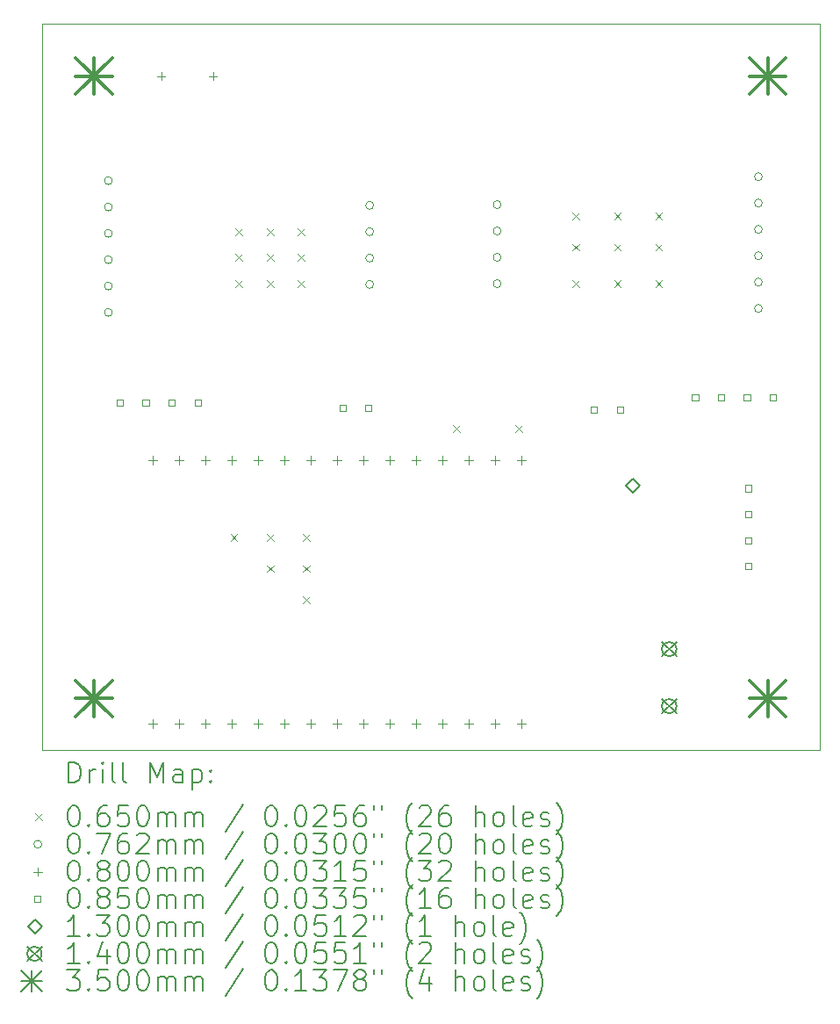
<source format=gbr>
%TF.GenerationSoftware,KiCad,Pcbnew,8.0.8*%
%TF.CreationDate,2025-06-20T17:39:13+09:00*%
%TF.ProjectId,4thfloor_pole,34746866-6c6f-46f7-925f-706f6c652e6b,rev?*%
%TF.SameCoordinates,Original*%
%TF.FileFunction,Drillmap*%
%TF.FilePolarity,Positive*%
%FSLAX45Y45*%
G04 Gerber Fmt 4.5, Leading zero omitted, Abs format (unit mm)*
G04 Created by KiCad (PCBNEW 8.0.8) date 2025-06-20 17:39:13*
%MOMM*%
%LPD*%
G01*
G04 APERTURE LIST*
%ADD10C,0.050000*%
%ADD11C,0.200000*%
%ADD12C,0.100000*%
%ADD13C,0.130000*%
%ADD14C,0.140000*%
%ADD15C,0.350000*%
G04 APERTURE END LIST*
D10*
X18900000Y-5500000D02*
X26400000Y-5500000D01*
X26400000Y-12500000D01*
X18900000Y-12500000D01*
X18900000Y-5500000D01*
D11*
D12*
X20717500Y-10417500D02*
X20782500Y-10482500D01*
X20782500Y-10417500D02*
X20717500Y-10482500D01*
X20767500Y-7467500D02*
X20832500Y-7532500D01*
X20832500Y-7467500D02*
X20767500Y-7532500D01*
X20767500Y-7717500D02*
X20832500Y-7782500D01*
X20832500Y-7717500D02*
X20767500Y-7782500D01*
X20767500Y-7967500D02*
X20832500Y-8032500D01*
X20832500Y-7967500D02*
X20767500Y-8032500D01*
X21067500Y-7467500D02*
X21132500Y-7532500D01*
X21132500Y-7467500D02*
X21067500Y-7532500D01*
X21067500Y-7717500D02*
X21132500Y-7782500D01*
X21132500Y-7717500D02*
X21067500Y-7782500D01*
X21067500Y-7967500D02*
X21132500Y-8032500D01*
X21132500Y-7967500D02*
X21067500Y-8032500D01*
X21067500Y-10417500D02*
X21132500Y-10482500D01*
X21132500Y-10417500D02*
X21067500Y-10482500D01*
X21067500Y-10717500D02*
X21132500Y-10782500D01*
X21132500Y-10717500D02*
X21067500Y-10782500D01*
X21367500Y-7467500D02*
X21432500Y-7532500D01*
X21432500Y-7467500D02*
X21367500Y-7532500D01*
X21367500Y-7717500D02*
X21432500Y-7782500D01*
X21432500Y-7717500D02*
X21367500Y-7782500D01*
X21367500Y-7967500D02*
X21432500Y-8032500D01*
X21432500Y-7967500D02*
X21367500Y-8032500D01*
X21417500Y-10417500D02*
X21482500Y-10482500D01*
X21482500Y-10417500D02*
X21417500Y-10482500D01*
X21417500Y-10717500D02*
X21482500Y-10782500D01*
X21482500Y-10717500D02*
X21417500Y-10782500D01*
X21417500Y-11017500D02*
X21482500Y-11082500D01*
X21482500Y-11017500D02*
X21417500Y-11082500D01*
X22867500Y-9367500D02*
X22932500Y-9432500D01*
X22932500Y-9367500D02*
X22867500Y-9432500D01*
X23467500Y-9367500D02*
X23532500Y-9432500D01*
X23532500Y-9367500D02*
X23467500Y-9432500D01*
X24017500Y-7317500D02*
X24082500Y-7382500D01*
X24082500Y-7317500D02*
X24017500Y-7382500D01*
X24017500Y-7617500D02*
X24082500Y-7682500D01*
X24082500Y-7617500D02*
X24017500Y-7682500D01*
X24017500Y-7967500D02*
X24082500Y-8032500D01*
X24082500Y-7967500D02*
X24017500Y-8032500D01*
X24417500Y-7317500D02*
X24482500Y-7382500D01*
X24482500Y-7317500D02*
X24417500Y-7382500D01*
X24417500Y-7617500D02*
X24482500Y-7682500D01*
X24482500Y-7617500D02*
X24417500Y-7682500D01*
X24417500Y-7967500D02*
X24482500Y-8032500D01*
X24482500Y-7967500D02*
X24417500Y-8032500D01*
X24817500Y-7317500D02*
X24882500Y-7382500D01*
X24882500Y-7317500D02*
X24817500Y-7382500D01*
X24817500Y-7617500D02*
X24882500Y-7682500D01*
X24882500Y-7617500D02*
X24817500Y-7682500D01*
X24817500Y-7967500D02*
X24882500Y-8032500D01*
X24882500Y-7967500D02*
X24817500Y-8032500D01*
X19578100Y-7009500D02*
G75*
G02*
X19501900Y-7009500I-38100J0D01*
G01*
X19501900Y-7009500D02*
G75*
G02*
X19578100Y-7009500I38100J0D01*
G01*
X19578100Y-7263500D02*
G75*
G02*
X19501900Y-7263500I-38100J0D01*
G01*
X19501900Y-7263500D02*
G75*
G02*
X19578100Y-7263500I38100J0D01*
G01*
X19578100Y-7517500D02*
G75*
G02*
X19501900Y-7517500I-38100J0D01*
G01*
X19501900Y-7517500D02*
G75*
G02*
X19578100Y-7517500I38100J0D01*
G01*
X19578100Y-7771500D02*
G75*
G02*
X19501900Y-7771500I-38100J0D01*
G01*
X19501900Y-7771500D02*
G75*
G02*
X19578100Y-7771500I38100J0D01*
G01*
X19578100Y-8025500D02*
G75*
G02*
X19501900Y-8025500I-38100J0D01*
G01*
X19501900Y-8025500D02*
G75*
G02*
X19578100Y-8025500I38100J0D01*
G01*
X19578100Y-8279500D02*
G75*
G02*
X19501900Y-8279500I-38100J0D01*
G01*
X19501900Y-8279500D02*
G75*
G02*
X19578100Y-8279500I38100J0D01*
G01*
X22098100Y-7247500D02*
G75*
G02*
X22021900Y-7247500I-38100J0D01*
G01*
X22021900Y-7247500D02*
G75*
G02*
X22098100Y-7247500I38100J0D01*
G01*
X22098100Y-7501500D02*
G75*
G02*
X22021900Y-7501500I-38100J0D01*
G01*
X22021900Y-7501500D02*
G75*
G02*
X22098100Y-7501500I38100J0D01*
G01*
X22098100Y-7755500D02*
G75*
G02*
X22021900Y-7755500I-38100J0D01*
G01*
X22021900Y-7755500D02*
G75*
G02*
X22098100Y-7755500I38100J0D01*
G01*
X22098100Y-8009500D02*
G75*
G02*
X22021900Y-8009500I-38100J0D01*
G01*
X22021900Y-8009500D02*
G75*
G02*
X22098100Y-8009500I38100J0D01*
G01*
X23328100Y-7240500D02*
G75*
G02*
X23251900Y-7240500I-38100J0D01*
G01*
X23251900Y-7240500D02*
G75*
G02*
X23328100Y-7240500I38100J0D01*
G01*
X23328100Y-7494500D02*
G75*
G02*
X23251900Y-7494500I-38100J0D01*
G01*
X23251900Y-7494500D02*
G75*
G02*
X23328100Y-7494500I38100J0D01*
G01*
X23328100Y-7748500D02*
G75*
G02*
X23251900Y-7748500I-38100J0D01*
G01*
X23251900Y-7748500D02*
G75*
G02*
X23328100Y-7748500I38100J0D01*
G01*
X23328100Y-8002500D02*
G75*
G02*
X23251900Y-8002500I-38100J0D01*
G01*
X23251900Y-8002500D02*
G75*
G02*
X23328100Y-8002500I38100J0D01*
G01*
X25848100Y-6970500D02*
G75*
G02*
X25771900Y-6970500I-38100J0D01*
G01*
X25771900Y-6970500D02*
G75*
G02*
X25848100Y-6970500I38100J0D01*
G01*
X25848100Y-7224500D02*
G75*
G02*
X25771900Y-7224500I-38100J0D01*
G01*
X25771900Y-7224500D02*
G75*
G02*
X25848100Y-7224500I38100J0D01*
G01*
X25848100Y-7478500D02*
G75*
G02*
X25771900Y-7478500I-38100J0D01*
G01*
X25771900Y-7478500D02*
G75*
G02*
X25848100Y-7478500I38100J0D01*
G01*
X25848100Y-7732500D02*
G75*
G02*
X25771900Y-7732500I-38100J0D01*
G01*
X25771900Y-7732500D02*
G75*
G02*
X25848100Y-7732500I38100J0D01*
G01*
X25848100Y-7986500D02*
G75*
G02*
X25771900Y-7986500I-38100J0D01*
G01*
X25771900Y-7986500D02*
G75*
G02*
X25848100Y-7986500I38100J0D01*
G01*
X25848100Y-8240500D02*
G75*
G02*
X25771900Y-8240500I-38100J0D01*
G01*
X25771900Y-8240500D02*
G75*
G02*
X25848100Y-8240500I38100J0D01*
G01*
X19968681Y-9663202D02*
X19968681Y-9743202D01*
X19928681Y-9703202D02*
X20008681Y-9703202D01*
X19968681Y-12203202D02*
X19968681Y-12283202D01*
X19928681Y-12243202D02*
X20008681Y-12243202D01*
X20050000Y-5960000D02*
X20050000Y-6040000D01*
X20010000Y-6000000D02*
X20090000Y-6000000D01*
X20222681Y-9663202D02*
X20222681Y-9743202D01*
X20182681Y-9703202D02*
X20262681Y-9703202D01*
X20222681Y-12203202D02*
X20222681Y-12283202D01*
X20182681Y-12243202D02*
X20262681Y-12243202D01*
X20476681Y-9663202D02*
X20476681Y-9743202D01*
X20436681Y-9703202D02*
X20516681Y-9703202D01*
X20476681Y-12203202D02*
X20476681Y-12283202D01*
X20436681Y-12243202D02*
X20516681Y-12243202D01*
X20550000Y-5960000D02*
X20550000Y-6040000D01*
X20510000Y-6000000D02*
X20590000Y-6000000D01*
X20730681Y-9663202D02*
X20730681Y-9743202D01*
X20690681Y-9703202D02*
X20770681Y-9703202D01*
X20730681Y-12203202D02*
X20730681Y-12283202D01*
X20690681Y-12243202D02*
X20770681Y-12243202D01*
X20984681Y-9663202D02*
X20984681Y-9743202D01*
X20944681Y-9703202D02*
X21024681Y-9703202D01*
X20984681Y-12203202D02*
X20984681Y-12283202D01*
X20944681Y-12243202D02*
X21024681Y-12243202D01*
X21238681Y-9663202D02*
X21238681Y-9743202D01*
X21198681Y-9703202D02*
X21278681Y-9703202D01*
X21238681Y-12203202D02*
X21238681Y-12283202D01*
X21198681Y-12243202D02*
X21278681Y-12243202D01*
X21492681Y-9663202D02*
X21492681Y-9743202D01*
X21452681Y-9703202D02*
X21532681Y-9703202D01*
X21492681Y-12203202D02*
X21492681Y-12283202D01*
X21452681Y-12243202D02*
X21532681Y-12243202D01*
X21746681Y-9663202D02*
X21746681Y-9743202D01*
X21706681Y-9703202D02*
X21786681Y-9703202D01*
X21746681Y-12203202D02*
X21746681Y-12283202D01*
X21706681Y-12243202D02*
X21786681Y-12243202D01*
X22000681Y-9663202D02*
X22000681Y-9743202D01*
X21960681Y-9703202D02*
X22040681Y-9703202D01*
X22000681Y-12203202D02*
X22000681Y-12283202D01*
X21960681Y-12243202D02*
X22040681Y-12243202D01*
X22254681Y-9663202D02*
X22254681Y-9743202D01*
X22214681Y-9703202D02*
X22294681Y-9703202D01*
X22254681Y-12203202D02*
X22254681Y-12283202D01*
X22214681Y-12243202D02*
X22294681Y-12243202D01*
X22508681Y-9663202D02*
X22508681Y-9743202D01*
X22468681Y-9703202D02*
X22548681Y-9703202D01*
X22508681Y-12203202D02*
X22508681Y-12283202D01*
X22468681Y-12243202D02*
X22548681Y-12243202D01*
X22762681Y-9663202D02*
X22762681Y-9743202D01*
X22722681Y-9703202D02*
X22802681Y-9703202D01*
X22762681Y-12203202D02*
X22762681Y-12283202D01*
X22722681Y-12243202D02*
X22802681Y-12243202D01*
X23016681Y-9663202D02*
X23016681Y-9743202D01*
X22976681Y-9703202D02*
X23056681Y-9703202D01*
X23016681Y-12203202D02*
X23016681Y-12283202D01*
X22976681Y-12243202D02*
X23056681Y-12243202D01*
X23270681Y-9663202D02*
X23270681Y-9743202D01*
X23230681Y-9703202D02*
X23310681Y-9703202D01*
X23270681Y-12203202D02*
X23270681Y-12283202D01*
X23230681Y-12243202D02*
X23310681Y-12243202D01*
X23524681Y-9663202D02*
X23524681Y-9743202D01*
X23484681Y-9703202D02*
X23564681Y-9703202D01*
X23524681Y-12203202D02*
X23524681Y-12283202D01*
X23484681Y-12243202D02*
X23564681Y-12243202D01*
X19680052Y-9180052D02*
X19680052Y-9119948D01*
X19619948Y-9119948D01*
X19619948Y-9180052D01*
X19680052Y-9180052D01*
X19930052Y-9180052D02*
X19930052Y-9119948D01*
X19869948Y-9119948D01*
X19869948Y-9180052D01*
X19930052Y-9180052D01*
X20180052Y-9180052D02*
X20180052Y-9119948D01*
X20119948Y-9119948D01*
X20119948Y-9180052D01*
X20180052Y-9180052D01*
X20430052Y-9180052D02*
X20430052Y-9119948D01*
X20369948Y-9119948D01*
X20369948Y-9180052D01*
X20430052Y-9180052D01*
X21830052Y-9230052D02*
X21830052Y-9169948D01*
X21769948Y-9169948D01*
X21769948Y-9230052D01*
X21830052Y-9230052D01*
X22080052Y-9230052D02*
X22080052Y-9169948D01*
X22019948Y-9169948D01*
X22019948Y-9230052D01*
X22080052Y-9230052D01*
X24255052Y-9245052D02*
X24255052Y-9184948D01*
X24194948Y-9184948D01*
X24194948Y-9245052D01*
X24255052Y-9245052D01*
X24505052Y-9245052D02*
X24505052Y-9184948D01*
X24444948Y-9184948D01*
X24444948Y-9245052D01*
X24505052Y-9245052D01*
X25230052Y-9130052D02*
X25230052Y-9069948D01*
X25169948Y-9069948D01*
X25169948Y-9130052D01*
X25230052Y-9130052D01*
X25480052Y-9130052D02*
X25480052Y-9069948D01*
X25419948Y-9069948D01*
X25419948Y-9130052D01*
X25480052Y-9130052D01*
X25730052Y-9130052D02*
X25730052Y-9069948D01*
X25669948Y-9069948D01*
X25669948Y-9130052D01*
X25730052Y-9130052D01*
X25745052Y-10005052D02*
X25745052Y-9944948D01*
X25684948Y-9944948D01*
X25684948Y-10005052D01*
X25745052Y-10005052D01*
X25745052Y-10255052D02*
X25745052Y-10194948D01*
X25684948Y-10194948D01*
X25684948Y-10255052D01*
X25745052Y-10255052D01*
X25745052Y-10505052D02*
X25745052Y-10444948D01*
X25684948Y-10444948D01*
X25684948Y-10505052D01*
X25745052Y-10505052D01*
X25745052Y-10755052D02*
X25745052Y-10694948D01*
X25684948Y-10694948D01*
X25684948Y-10755052D01*
X25745052Y-10755052D01*
X25980052Y-9130052D02*
X25980052Y-9069948D01*
X25919948Y-9069948D01*
X25919948Y-9130052D01*
X25980052Y-9130052D01*
D13*
X24600000Y-10015000D02*
X24665000Y-9950000D01*
X24600000Y-9885000D01*
X24535000Y-9950000D01*
X24600000Y-10015000D01*
D14*
X24880000Y-11455000D02*
X25020000Y-11595000D01*
X25020000Y-11455000D02*
X24880000Y-11595000D01*
X25020000Y-11525000D02*
G75*
G02*
X24880000Y-11525000I-70000J0D01*
G01*
X24880000Y-11525000D02*
G75*
G02*
X25020000Y-11525000I70000J0D01*
G01*
X24880000Y-12005000D02*
X25020000Y-12145000D01*
X25020000Y-12005000D02*
X24880000Y-12145000D01*
X25020000Y-12075000D02*
G75*
G02*
X24880000Y-12075000I-70000J0D01*
G01*
X24880000Y-12075000D02*
G75*
G02*
X25020000Y-12075000I70000J0D01*
G01*
D15*
X19225000Y-5825000D02*
X19575000Y-6175000D01*
X19575000Y-5825000D02*
X19225000Y-6175000D01*
X19400000Y-5825000D02*
X19400000Y-6175000D01*
X19225000Y-6000000D02*
X19575000Y-6000000D01*
X19225000Y-11825000D02*
X19575000Y-12175000D01*
X19575000Y-11825000D02*
X19225000Y-12175000D01*
X19400000Y-11825000D02*
X19400000Y-12175000D01*
X19225000Y-12000000D02*
X19575000Y-12000000D01*
X25725000Y-5825000D02*
X26075000Y-6175000D01*
X26075000Y-5825000D02*
X25725000Y-6175000D01*
X25900000Y-5825000D02*
X25900000Y-6175000D01*
X25725000Y-6000000D02*
X26075000Y-6000000D01*
X25725000Y-11825000D02*
X26075000Y-12175000D01*
X26075000Y-11825000D02*
X25725000Y-12175000D01*
X25900000Y-11825000D02*
X25900000Y-12175000D01*
X25725000Y-12000000D02*
X26075000Y-12000000D01*
D11*
X19158277Y-12813984D02*
X19158277Y-12613984D01*
X19158277Y-12613984D02*
X19205896Y-12613984D01*
X19205896Y-12613984D02*
X19234467Y-12623508D01*
X19234467Y-12623508D02*
X19253515Y-12642555D01*
X19253515Y-12642555D02*
X19263039Y-12661603D01*
X19263039Y-12661603D02*
X19272563Y-12699698D01*
X19272563Y-12699698D02*
X19272563Y-12728269D01*
X19272563Y-12728269D02*
X19263039Y-12766365D01*
X19263039Y-12766365D02*
X19253515Y-12785412D01*
X19253515Y-12785412D02*
X19234467Y-12804460D01*
X19234467Y-12804460D02*
X19205896Y-12813984D01*
X19205896Y-12813984D02*
X19158277Y-12813984D01*
X19358277Y-12813984D02*
X19358277Y-12680650D01*
X19358277Y-12718746D02*
X19367801Y-12699698D01*
X19367801Y-12699698D02*
X19377324Y-12690174D01*
X19377324Y-12690174D02*
X19396372Y-12680650D01*
X19396372Y-12680650D02*
X19415420Y-12680650D01*
X19482086Y-12813984D02*
X19482086Y-12680650D01*
X19482086Y-12613984D02*
X19472563Y-12623508D01*
X19472563Y-12623508D02*
X19482086Y-12633031D01*
X19482086Y-12633031D02*
X19491610Y-12623508D01*
X19491610Y-12623508D02*
X19482086Y-12613984D01*
X19482086Y-12613984D02*
X19482086Y-12633031D01*
X19605896Y-12813984D02*
X19586848Y-12804460D01*
X19586848Y-12804460D02*
X19577324Y-12785412D01*
X19577324Y-12785412D02*
X19577324Y-12613984D01*
X19710658Y-12813984D02*
X19691610Y-12804460D01*
X19691610Y-12804460D02*
X19682086Y-12785412D01*
X19682086Y-12785412D02*
X19682086Y-12613984D01*
X19939229Y-12813984D02*
X19939229Y-12613984D01*
X19939229Y-12613984D02*
X20005896Y-12756841D01*
X20005896Y-12756841D02*
X20072563Y-12613984D01*
X20072563Y-12613984D02*
X20072563Y-12813984D01*
X20253515Y-12813984D02*
X20253515Y-12709222D01*
X20253515Y-12709222D02*
X20243991Y-12690174D01*
X20243991Y-12690174D02*
X20224944Y-12680650D01*
X20224944Y-12680650D02*
X20186848Y-12680650D01*
X20186848Y-12680650D02*
X20167801Y-12690174D01*
X20253515Y-12804460D02*
X20234467Y-12813984D01*
X20234467Y-12813984D02*
X20186848Y-12813984D01*
X20186848Y-12813984D02*
X20167801Y-12804460D01*
X20167801Y-12804460D02*
X20158277Y-12785412D01*
X20158277Y-12785412D02*
X20158277Y-12766365D01*
X20158277Y-12766365D02*
X20167801Y-12747317D01*
X20167801Y-12747317D02*
X20186848Y-12737793D01*
X20186848Y-12737793D02*
X20234467Y-12737793D01*
X20234467Y-12737793D02*
X20253515Y-12728269D01*
X20348753Y-12680650D02*
X20348753Y-12880650D01*
X20348753Y-12690174D02*
X20367801Y-12680650D01*
X20367801Y-12680650D02*
X20405896Y-12680650D01*
X20405896Y-12680650D02*
X20424944Y-12690174D01*
X20424944Y-12690174D02*
X20434467Y-12699698D01*
X20434467Y-12699698D02*
X20443991Y-12718746D01*
X20443991Y-12718746D02*
X20443991Y-12775888D01*
X20443991Y-12775888D02*
X20434467Y-12794936D01*
X20434467Y-12794936D02*
X20424944Y-12804460D01*
X20424944Y-12804460D02*
X20405896Y-12813984D01*
X20405896Y-12813984D02*
X20367801Y-12813984D01*
X20367801Y-12813984D02*
X20348753Y-12804460D01*
X20529705Y-12794936D02*
X20539229Y-12804460D01*
X20539229Y-12804460D02*
X20529705Y-12813984D01*
X20529705Y-12813984D02*
X20520182Y-12804460D01*
X20520182Y-12804460D02*
X20529705Y-12794936D01*
X20529705Y-12794936D02*
X20529705Y-12813984D01*
X20529705Y-12690174D02*
X20539229Y-12699698D01*
X20539229Y-12699698D02*
X20529705Y-12709222D01*
X20529705Y-12709222D02*
X20520182Y-12699698D01*
X20520182Y-12699698D02*
X20529705Y-12690174D01*
X20529705Y-12690174D02*
X20529705Y-12709222D01*
D12*
X18832500Y-13110000D02*
X18897500Y-13175000D01*
X18897500Y-13110000D02*
X18832500Y-13175000D01*
D11*
X19196372Y-13033984D02*
X19215420Y-13033984D01*
X19215420Y-13033984D02*
X19234467Y-13043508D01*
X19234467Y-13043508D02*
X19243991Y-13053031D01*
X19243991Y-13053031D02*
X19253515Y-13072079D01*
X19253515Y-13072079D02*
X19263039Y-13110174D01*
X19263039Y-13110174D02*
X19263039Y-13157793D01*
X19263039Y-13157793D02*
X19253515Y-13195888D01*
X19253515Y-13195888D02*
X19243991Y-13214936D01*
X19243991Y-13214936D02*
X19234467Y-13224460D01*
X19234467Y-13224460D02*
X19215420Y-13233984D01*
X19215420Y-13233984D02*
X19196372Y-13233984D01*
X19196372Y-13233984D02*
X19177324Y-13224460D01*
X19177324Y-13224460D02*
X19167801Y-13214936D01*
X19167801Y-13214936D02*
X19158277Y-13195888D01*
X19158277Y-13195888D02*
X19148753Y-13157793D01*
X19148753Y-13157793D02*
X19148753Y-13110174D01*
X19148753Y-13110174D02*
X19158277Y-13072079D01*
X19158277Y-13072079D02*
X19167801Y-13053031D01*
X19167801Y-13053031D02*
X19177324Y-13043508D01*
X19177324Y-13043508D02*
X19196372Y-13033984D01*
X19348753Y-13214936D02*
X19358277Y-13224460D01*
X19358277Y-13224460D02*
X19348753Y-13233984D01*
X19348753Y-13233984D02*
X19339229Y-13224460D01*
X19339229Y-13224460D02*
X19348753Y-13214936D01*
X19348753Y-13214936D02*
X19348753Y-13233984D01*
X19529705Y-13033984D02*
X19491610Y-13033984D01*
X19491610Y-13033984D02*
X19472563Y-13043508D01*
X19472563Y-13043508D02*
X19463039Y-13053031D01*
X19463039Y-13053031D02*
X19443991Y-13081603D01*
X19443991Y-13081603D02*
X19434467Y-13119698D01*
X19434467Y-13119698D02*
X19434467Y-13195888D01*
X19434467Y-13195888D02*
X19443991Y-13214936D01*
X19443991Y-13214936D02*
X19453515Y-13224460D01*
X19453515Y-13224460D02*
X19472563Y-13233984D01*
X19472563Y-13233984D02*
X19510658Y-13233984D01*
X19510658Y-13233984D02*
X19529705Y-13224460D01*
X19529705Y-13224460D02*
X19539229Y-13214936D01*
X19539229Y-13214936D02*
X19548753Y-13195888D01*
X19548753Y-13195888D02*
X19548753Y-13148269D01*
X19548753Y-13148269D02*
X19539229Y-13129222D01*
X19539229Y-13129222D02*
X19529705Y-13119698D01*
X19529705Y-13119698D02*
X19510658Y-13110174D01*
X19510658Y-13110174D02*
X19472563Y-13110174D01*
X19472563Y-13110174D02*
X19453515Y-13119698D01*
X19453515Y-13119698D02*
X19443991Y-13129222D01*
X19443991Y-13129222D02*
X19434467Y-13148269D01*
X19729705Y-13033984D02*
X19634467Y-13033984D01*
X19634467Y-13033984D02*
X19624944Y-13129222D01*
X19624944Y-13129222D02*
X19634467Y-13119698D01*
X19634467Y-13119698D02*
X19653515Y-13110174D01*
X19653515Y-13110174D02*
X19701134Y-13110174D01*
X19701134Y-13110174D02*
X19720182Y-13119698D01*
X19720182Y-13119698D02*
X19729705Y-13129222D01*
X19729705Y-13129222D02*
X19739229Y-13148269D01*
X19739229Y-13148269D02*
X19739229Y-13195888D01*
X19739229Y-13195888D02*
X19729705Y-13214936D01*
X19729705Y-13214936D02*
X19720182Y-13224460D01*
X19720182Y-13224460D02*
X19701134Y-13233984D01*
X19701134Y-13233984D02*
X19653515Y-13233984D01*
X19653515Y-13233984D02*
X19634467Y-13224460D01*
X19634467Y-13224460D02*
X19624944Y-13214936D01*
X19863039Y-13033984D02*
X19882086Y-13033984D01*
X19882086Y-13033984D02*
X19901134Y-13043508D01*
X19901134Y-13043508D02*
X19910658Y-13053031D01*
X19910658Y-13053031D02*
X19920182Y-13072079D01*
X19920182Y-13072079D02*
X19929705Y-13110174D01*
X19929705Y-13110174D02*
X19929705Y-13157793D01*
X19929705Y-13157793D02*
X19920182Y-13195888D01*
X19920182Y-13195888D02*
X19910658Y-13214936D01*
X19910658Y-13214936D02*
X19901134Y-13224460D01*
X19901134Y-13224460D02*
X19882086Y-13233984D01*
X19882086Y-13233984D02*
X19863039Y-13233984D01*
X19863039Y-13233984D02*
X19843991Y-13224460D01*
X19843991Y-13224460D02*
X19834467Y-13214936D01*
X19834467Y-13214936D02*
X19824944Y-13195888D01*
X19824944Y-13195888D02*
X19815420Y-13157793D01*
X19815420Y-13157793D02*
X19815420Y-13110174D01*
X19815420Y-13110174D02*
X19824944Y-13072079D01*
X19824944Y-13072079D02*
X19834467Y-13053031D01*
X19834467Y-13053031D02*
X19843991Y-13043508D01*
X19843991Y-13043508D02*
X19863039Y-13033984D01*
X20015420Y-13233984D02*
X20015420Y-13100650D01*
X20015420Y-13119698D02*
X20024944Y-13110174D01*
X20024944Y-13110174D02*
X20043991Y-13100650D01*
X20043991Y-13100650D02*
X20072563Y-13100650D01*
X20072563Y-13100650D02*
X20091610Y-13110174D01*
X20091610Y-13110174D02*
X20101134Y-13129222D01*
X20101134Y-13129222D02*
X20101134Y-13233984D01*
X20101134Y-13129222D02*
X20110658Y-13110174D01*
X20110658Y-13110174D02*
X20129705Y-13100650D01*
X20129705Y-13100650D02*
X20158277Y-13100650D01*
X20158277Y-13100650D02*
X20177325Y-13110174D01*
X20177325Y-13110174D02*
X20186848Y-13129222D01*
X20186848Y-13129222D02*
X20186848Y-13233984D01*
X20282086Y-13233984D02*
X20282086Y-13100650D01*
X20282086Y-13119698D02*
X20291610Y-13110174D01*
X20291610Y-13110174D02*
X20310658Y-13100650D01*
X20310658Y-13100650D02*
X20339229Y-13100650D01*
X20339229Y-13100650D02*
X20358277Y-13110174D01*
X20358277Y-13110174D02*
X20367801Y-13129222D01*
X20367801Y-13129222D02*
X20367801Y-13233984D01*
X20367801Y-13129222D02*
X20377325Y-13110174D01*
X20377325Y-13110174D02*
X20396372Y-13100650D01*
X20396372Y-13100650D02*
X20424944Y-13100650D01*
X20424944Y-13100650D02*
X20443991Y-13110174D01*
X20443991Y-13110174D02*
X20453515Y-13129222D01*
X20453515Y-13129222D02*
X20453515Y-13233984D01*
X20843991Y-13024460D02*
X20672563Y-13281603D01*
X21101134Y-13033984D02*
X21120182Y-13033984D01*
X21120182Y-13033984D02*
X21139229Y-13043508D01*
X21139229Y-13043508D02*
X21148753Y-13053031D01*
X21148753Y-13053031D02*
X21158277Y-13072079D01*
X21158277Y-13072079D02*
X21167801Y-13110174D01*
X21167801Y-13110174D02*
X21167801Y-13157793D01*
X21167801Y-13157793D02*
X21158277Y-13195888D01*
X21158277Y-13195888D02*
X21148753Y-13214936D01*
X21148753Y-13214936D02*
X21139229Y-13224460D01*
X21139229Y-13224460D02*
X21120182Y-13233984D01*
X21120182Y-13233984D02*
X21101134Y-13233984D01*
X21101134Y-13233984D02*
X21082087Y-13224460D01*
X21082087Y-13224460D02*
X21072563Y-13214936D01*
X21072563Y-13214936D02*
X21063039Y-13195888D01*
X21063039Y-13195888D02*
X21053515Y-13157793D01*
X21053515Y-13157793D02*
X21053515Y-13110174D01*
X21053515Y-13110174D02*
X21063039Y-13072079D01*
X21063039Y-13072079D02*
X21072563Y-13053031D01*
X21072563Y-13053031D02*
X21082087Y-13043508D01*
X21082087Y-13043508D02*
X21101134Y-13033984D01*
X21253515Y-13214936D02*
X21263039Y-13224460D01*
X21263039Y-13224460D02*
X21253515Y-13233984D01*
X21253515Y-13233984D02*
X21243991Y-13224460D01*
X21243991Y-13224460D02*
X21253515Y-13214936D01*
X21253515Y-13214936D02*
X21253515Y-13233984D01*
X21386848Y-13033984D02*
X21405896Y-13033984D01*
X21405896Y-13033984D02*
X21424944Y-13043508D01*
X21424944Y-13043508D02*
X21434468Y-13053031D01*
X21434468Y-13053031D02*
X21443991Y-13072079D01*
X21443991Y-13072079D02*
X21453515Y-13110174D01*
X21453515Y-13110174D02*
X21453515Y-13157793D01*
X21453515Y-13157793D02*
X21443991Y-13195888D01*
X21443991Y-13195888D02*
X21434468Y-13214936D01*
X21434468Y-13214936D02*
X21424944Y-13224460D01*
X21424944Y-13224460D02*
X21405896Y-13233984D01*
X21405896Y-13233984D02*
X21386848Y-13233984D01*
X21386848Y-13233984D02*
X21367801Y-13224460D01*
X21367801Y-13224460D02*
X21358277Y-13214936D01*
X21358277Y-13214936D02*
X21348753Y-13195888D01*
X21348753Y-13195888D02*
X21339229Y-13157793D01*
X21339229Y-13157793D02*
X21339229Y-13110174D01*
X21339229Y-13110174D02*
X21348753Y-13072079D01*
X21348753Y-13072079D02*
X21358277Y-13053031D01*
X21358277Y-13053031D02*
X21367801Y-13043508D01*
X21367801Y-13043508D02*
X21386848Y-13033984D01*
X21529706Y-13053031D02*
X21539229Y-13043508D01*
X21539229Y-13043508D02*
X21558277Y-13033984D01*
X21558277Y-13033984D02*
X21605896Y-13033984D01*
X21605896Y-13033984D02*
X21624944Y-13043508D01*
X21624944Y-13043508D02*
X21634468Y-13053031D01*
X21634468Y-13053031D02*
X21643991Y-13072079D01*
X21643991Y-13072079D02*
X21643991Y-13091127D01*
X21643991Y-13091127D02*
X21634468Y-13119698D01*
X21634468Y-13119698D02*
X21520182Y-13233984D01*
X21520182Y-13233984D02*
X21643991Y-13233984D01*
X21824944Y-13033984D02*
X21729706Y-13033984D01*
X21729706Y-13033984D02*
X21720182Y-13129222D01*
X21720182Y-13129222D02*
X21729706Y-13119698D01*
X21729706Y-13119698D02*
X21748753Y-13110174D01*
X21748753Y-13110174D02*
X21796372Y-13110174D01*
X21796372Y-13110174D02*
X21815420Y-13119698D01*
X21815420Y-13119698D02*
X21824944Y-13129222D01*
X21824944Y-13129222D02*
X21834468Y-13148269D01*
X21834468Y-13148269D02*
X21834468Y-13195888D01*
X21834468Y-13195888D02*
X21824944Y-13214936D01*
X21824944Y-13214936D02*
X21815420Y-13224460D01*
X21815420Y-13224460D02*
X21796372Y-13233984D01*
X21796372Y-13233984D02*
X21748753Y-13233984D01*
X21748753Y-13233984D02*
X21729706Y-13224460D01*
X21729706Y-13224460D02*
X21720182Y-13214936D01*
X22005896Y-13033984D02*
X21967801Y-13033984D01*
X21967801Y-13033984D02*
X21948753Y-13043508D01*
X21948753Y-13043508D02*
X21939229Y-13053031D01*
X21939229Y-13053031D02*
X21920182Y-13081603D01*
X21920182Y-13081603D02*
X21910658Y-13119698D01*
X21910658Y-13119698D02*
X21910658Y-13195888D01*
X21910658Y-13195888D02*
X21920182Y-13214936D01*
X21920182Y-13214936D02*
X21929706Y-13224460D01*
X21929706Y-13224460D02*
X21948753Y-13233984D01*
X21948753Y-13233984D02*
X21986849Y-13233984D01*
X21986849Y-13233984D02*
X22005896Y-13224460D01*
X22005896Y-13224460D02*
X22015420Y-13214936D01*
X22015420Y-13214936D02*
X22024944Y-13195888D01*
X22024944Y-13195888D02*
X22024944Y-13148269D01*
X22024944Y-13148269D02*
X22015420Y-13129222D01*
X22015420Y-13129222D02*
X22005896Y-13119698D01*
X22005896Y-13119698D02*
X21986849Y-13110174D01*
X21986849Y-13110174D02*
X21948753Y-13110174D01*
X21948753Y-13110174D02*
X21929706Y-13119698D01*
X21929706Y-13119698D02*
X21920182Y-13129222D01*
X21920182Y-13129222D02*
X21910658Y-13148269D01*
X22101134Y-13033984D02*
X22101134Y-13072079D01*
X22177325Y-13033984D02*
X22177325Y-13072079D01*
X22472563Y-13310174D02*
X22463039Y-13300650D01*
X22463039Y-13300650D02*
X22443991Y-13272079D01*
X22443991Y-13272079D02*
X22434468Y-13253031D01*
X22434468Y-13253031D02*
X22424944Y-13224460D01*
X22424944Y-13224460D02*
X22415420Y-13176841D01*
X22415420Y-13176841D02*
X22415420Y-13138746D01*
X22415420Y-13138746D02*
X22424944Y-13091127D01*
X22424944Y-13091127D02*
X22434468Y-13062555D01*
X22434468Y-13062555D02*
X22443991Y-13043508D01*
X22443991Y-13043508D02*
X22463039Y-13014936D01*
X22463039Y-13014936D02*
X22472563Y-13005412D01*
X22539229Y-13053031D02*
X22548753Y-13043508D01*
X22548753Y-13043508D02*
X22567801Y-13033984D01*
X22567801Y-13033984D02*
X22615420Y-13033984D01*
X22615420Y-13033984D02*
X22634468Y-13043508D01*
X22634468Y-13043508D02*
X22643991Y-13053031D01*
X22643991Y-13053031D02*
X22653515Y-13072079D01*
X22653515Y-13072079D02*
X22653515Y-13091127D01*
X22653515Y-13091127D02*
X22643991Y-13119698D01*
X22643991Y-13119698D02*
X22529706Y-13233984D01*
X22529706Y-13233984D02*
X22653515Y-13233984D01*
X22824944Y-13033984D02*
X22786848Y-13033984D01*
X22786848Y-13033984D02*
X22767801Y-13043508D01*
X22767801Y-13043508D02*
X22758277Y-13053031D01*
X22758277Y-13053031D02*
X22739229Y-13081603D01*
X22739229Y-13081603D02*
X22729706Y-13119698D01*
X22729706Y-13119698D02*
X22729706Y-13195888D01*
X22729706Y-13195888D02*
X22739229Y-13214936D01*
X22739229Y-13214936D02*
X22748753Y-13224460D01*
X22748753Y-13224460D02*
X22767801Y-13233984D01*
X22767801Y-13233984D02*
X22805896Y-13233984D01*
X22805896Y-13233984D02*
X22824944Y-13224460D01*
X22824944Y-13224460D02*
X22834468Y-13214936D01*
X22834468Y-13214936D02*
X22843991Y-13195888D01*
X22843991Y-13195888D02*
X22843991Y-13148269D01*
X22843991Y-13148269D02*
X22834468Y-13129222D01*
X22834468Y-13129222D02*
X22824944Y-13119698D01*
X22824944Y-13119698D02*
X22805896Y-13110174D01*
X22805896Y-13110174D02*
X22767801Y-13110174D01*
X22767801Y-13110174D02*
X22748753Y-13119698D01*
X22748753Y-13119698D02*
X22739229Y-13129222D01*
X22739229Y-13129222D02*
X22729706Y-13148269D01*
X23082087Y-13233984D02*
X23082087Y-13033984D01*
X23167801Y-13233984D02*
X23167801Y-13129222D01*
X23167801Y-13129222D02*
X23158277Y-13110174D01*
X23158277Y-13110174D02*
X23139230Y-13100650D01*
X23139230Y-13100650D02*
X23110658Y-13100650D01*
X23110658Y-13100650D02*
X23091610Y-13110174D01*
X23091610Y-13110174D02*
X23082087Y-13119698D01*
X23291610Y-13233984D02*
X23272563Y-13224460D01*
X23272563Y-13224460D02*
X23263039Y-13214936D01*
X23263039Y-13214936D02*
X23253515Y-13195888D01*
X23253515Y-13195888D02*
X23253515Y-13138746D01*
X23253515Y-13138746D02*
X23263039Y-13119698D01*
X23263039Y-13119698D02*
X23272563Y-13110174D01*
X23272563Y-13110174D02*
X23291610Y-13100650D01*
X23291610Y-13100650D02*
X23320182Y-13100650D01*
X23320182Y-13100650D02*
X23339230Y-13110174D01*
X23339230Y-13110174D02*
X23348753Y-13119698D01*
X23348753Y-13119698D02*
X23358277Y-13138746D01*
X23358277Y-13138746D02*
X23358277Y-13195888D01*
X23358277Y-13195888D02*
X23348753Y-13214936D01*
X23348753Y-13214936D02*
X23339230Y-13224460D01*
X23339230Y-13224460D02*
X23320182Y-13233984D01*
X23320182Y-13233984D02*
X23291610Y-13233984D01*
X23472563Y-13233984D02*
X23453515Y-13224460D01*
X23453515Y-13224460D02*
X23443991Y-13205412D01*
X23443991Y-13205412D02*
X23443991Y-13033984D01*
X23624944Y-13224460D02*
X23605896Y-13233984D01*
X23605896Y-13233984D02*
X23567801Y-13233984D01*
X23567801Y-13233984D02*
X23548753Y-13224460D01*
X23548753Y-13224460D02*
X23539230Y-13205412D01*
X23539230Y-13205412D02*
X23539230Y-13129222D01*
X23539230Y-13129222D02*
X23548753Y-13110174D01*
X23548753Y-13110174D02*
X23567801Y-13100650D01*
X23567801Y-13100650D02*
X23605896Y-13100650D01*
X23605896Y-13100650D02*
X23624944Y-13110174D01*
X23624944Y-13110174D02*
X23634468Y-13129222D01*
X23634468Y-13129222D02*
X23634468Y-13148269D01*
X23634468Y-13148269D02*
X23539230Y-13167317D01*
X23710658Y-13224460D02*
X23729706Y-13233984D01*
X23729706Y-13233984D02*
X23767801Y-13233984D01*
X23767801Y-13233984D02*
X23786849Y-13224460D01*
X23786849Y-13224460D02*
X23796372Y-13205412D01*
X23796372Y-13205412D02*
X23796372Y-13195888D01*
X23796372Y-13195888D02*
X23786849Y-13176841D01*
X23786849Y-13176841D02*
X23767801Y-13167317D01*
X23767801Y-13167317D02*
X23739230Y-13167317D01*
X23739230Y-13167317D02*
X23720182Y-13157793D01*
X23720182Y-13157793D02*
X23710658Y-13138746D01*
X23710658Y-13138746D02*
X23710658Y-13129222D01*
X23710658Y-13129222D02*
X23720182Y-13110174D01*
X23720182Y-13110174D02*
X23739230Y-13100650D01*
X23739230Y-13100650D02*
X23767801Y-13100650D01*
X23767801Y-13100650D02*
X23786849Y-13110174D01*
X23863039Y-13310174D02*
X23872563Y-13300650D01*
X23872563Y-13300650D02*
X23891611Y-13272079D01*
X23891611Y-13272079D02*
X23901134Y-13253031D01*
X23901134Y-13253031D02*
X23910658Y-13224460D01*
X23910658Y-13224460D02*
X23920182Y-13176841D01*
X23920182Y-13176841D02*
X23920182Y-13138746D01*
X23920182Y-13138746D02*
X23910658Y-13091127D01*
X23910658Y-13091127D02*
X23901134Y-13062555D01*
X23901134Y-13062555D02*
X23891611Y-13043508D01*
X23891611Y-13043508D02*
X23872563Y-13014936D01*
X23872563Y-13014936D02*
X23863039Y-13005412D01*
D12*
X18897500Y-13406500D02*
G75*
G02*
X18821300Y-13406500I-38100J0D01*
G01*
X18821300Y-13406500D02*
G75*
G02*
X18897500Y-13406500I38100J0D01*
G01*
D11*
X19196372Y-13297984D02*
X19215420Y-13297984D01*
X19215420Y-13297984D02*
X19234467Y-13307508D01*
X19234467Y-13307508D02*
X19243991Y-13317031D01*
X19243991Y-13317031D02*
X19253515Y-13336079D01*
X19253515Y-13336079D02*
X19263039Y-13374174D01*
X19263039Y-13374174D02*
X19263039Y-13421793D01*
X19263039Y-13421793D02*
X19253515Y-13459888D01*
X19253515Y-13459888D02*
X19243991Y-13478936D01*
X19243991Y-13478936D02*
X19234467Y-13488460D01*
X19234467Y-13488460D02*
X19215420Y-13497984D01*
X19215420Y-13497984D02*
X19196372Y-13497984D01*
X19196372Y-13497984D02*
X19177324Y-13488460D01*
X19177324Y-13488460D02*
X19167801Y-13478936D01*
X19167801Y-13478936D02*
X19158277Y-13459888D01*
X19158277Y-13459888D02*
X19148753Y-13421793D01*
X19148753Y-13421793D02*
X19148753Y-13374174D01*
X19148753Y-13374174D02*
X19158277Y-13336079D01*
X19158277Y-13336079D02*
X19167801Y-13317031D01*
X19167801Y-13317031D02*
X19177324Y-13307508D01*
X19177324Y-13307508D02*
X19196372Y-13297984D01*
X19348753Y-13478936D02*
X19358277Y-13488460D01*
X19358277Y-13488460D02*
X19348753Y-13497984D01*
X19348753Y-13497984D02*
X19339229Y-13488460D01*
X19339229Y-13488460D02*
X19348753Y-13478936D01*
X19348753Y-13478936D02*
X19348753Y-13497984D01*
X19424944Y-13297984D02*
X19558277Y-13297984D01*
X19558277Y-13297984D02*
X19472563Y-13497984D01*
X19720182Y-13297984D02*
X19682086Y-13297984D01*
X19682086Y-13297984D02*
X19663039Y-13307508D01*
X19663039Y-13307508D02*
X19653515Y-13317031D01*
X19653515Y-13317031D02*
X19634467Y-13345603D01*
X19634467Y-13345603D02*
X19624944Y-13383698D01*
X19624944Y-13383698D02*
X19624944Y-13459888D01*
X19624944Y-13459888D02*
X19634467Y-13478936D01*
X19634467Y-13478936D02*
X19643991Y-13488460D01*
X19643991Y-13488460D02*
X19663039Y-13497984D01*
X19663039Y-13497984D02*
X19701134Y-13497984D01*
X19701134Y-13497984D02*
X19720182Y-13488460D01*
X19720182Y-13488460D02*
X19729705Y-13478936D01*
X19729705Y-13478936D02*
X19739229Y-13459888D01*
X19739229Y-13459888D02*
X19739229Y-13412269D01*
X19739229Y-13412269D02*
X19729705Y-13393222D01*
X19729705Y-13393222D02*
X19720182Y-13383698D01*
X19720182Y-13383698D02*
X19701134Y-13374174D01*
X19701134Y-13374174D02*
X19663039Y-13374174D01*
X19663039Y-13374174D02*
X19643991Y-13383698D01*
X19643991Y-13383698D02*
X19634467Y-13393222D01*
X19634467Y-13393222D02*
X19624944Y-13412269D01*
X19815420Y-13317031D02*
X19824944Y-13307508D01*
X19824944Y-13307508D02*
X19843991Y-13297984D01*
X19843991Y-13297984D02*
X19891610Y-13297984D01*
X19891610Y-13297984D02*
X19910658Y-13307508D01*
X19910658Y-13307508D02*
X19920182Y-13317031D01*
X19920182Y-13317031D02*
X19929705Y-13336079D01*
X19929705Y-13336079D02*
X19929705Y-13355127D01*
X19929705Y-13355127D02*
X19920182Y-13383698D01*
X19920182Y-13383698D02*
X19805896Y-13497984D01*
X19805896Y-13497984D02*
X19929705Y-13497984D01*
X20015420Y-13497984D02*
X20015420Y-13364650D01*
X20015420Y-13383698D02*
X20024944Y-13374174D01*
X20024944Y-13374174D02*
X20043991Y-13364650D01*
X20043991Y-13364650D02*
X20072563Y-13364650D01*
X20072563Y-13364650D02*
X20091610Y-13374174D01*
X20091610Y-13374174D02*
X20101134Y-13393222D01*
X20101134Y-13393222D02*
X20101134Y-13497984D01*
X20101134Y-13393222D02*
X20110658Y-13374174D01*
X20110658Y-13374174D02*
X20129705Y-13364650D01*
X20129705Y-13364650D02*
X20158277Y-13364650D01*
X20158277Y-13364650D02*
X20177325Y-13374174D01*
X20177325Y-13374174D02*
X20186848Y-13393222D01*
X20186848Y-13393222D02*
X20186848Y-13497984D01*
X20282086Y-13497984D02*
X20282086Y-13364650D01*
X20282086Y-13383698D02*
X20291610Y-13374174D01*
X20291610Y-13374174D02*
X20310658Y-13364650D01*
X20310658Y-13364650D02*
X20339229Y-13364650D01*
X20339229Y-13364650D02*
X20358277Y-13374174D01*
X20358277Y-13374174D02*
X20367801Y-13393222D01*
X20367801Y-13393222D02*
X20367801Y-13497984D01*
X20367801Y-13393222D02*
X20377325Y-13374174D01*
X20377325Y-13374174D02*
X20396372Y-13364650D01*
X20396372Y-13364650D02*
X20424944Y-13364650D01*
X20424944Y-13364650D02*
X20443991Y-13374174D01*
X20443991Y-13374174D02*
X20453515Y-13393222D01*
X20453515Y-13393222D02*
X20453515Y-13497984D01*
X20843991Y-13288460D02*
X20672563Y-13545603D01*
X21101134Y-13297984D02*
X21120182Y-13297984D01*
X21120182Y-13297984D02*
X21139229Y-13307508D01*
X21139229Y-13307508D02*
X21148753Y-13317031D01*
X21148753Y-13317031D02*
X21158277Y-13336079D01*
X21158277Y-13336079D02*
X21167801Y-13374174D01*
X21167801Y-13374174D02*
X21167801Y-13421793D01*
X21167801Y-13421793D02*
X21158277Y-13459888D01*
X21158277Y-13459888D02*
X21148753Y-13478936D01*
X21148753Y-13478936D02*
X21139229Y-13488460D01*
X21139229Y-13488460D02*
X21120182Y-13497984D01*
X21120182Y-13497984D02*
X21101134Y-13497984D01*
X21101134Y-13497984D02*
X21082087Y-13488460D01*
X21082087Y-13488460D02*
X21072563Y-13478936D01*
X21072563Y-13478936D02*
X21063039Y-13459888D01*
X21063039Y-13459888D02*
X21053515Y-13421793D01*
X21053515Y-13421793D02*
X21053515Y-13374174D01*
X21053515Y-13374174D02*
X21063039Y-13336079D01*
X21063039Y-13336079D02*
X21072563Y-13317031D01*
X21072563Y-13317031D02*
X21082087Y-13307508D01*
X21082087Y-13307508D02*
X21101134Y-13297984D01*
X21253515Y-13478936D02*
X21263039Y-13488460D01*
X21263039Y-13488460D02*
X21253515Y-13497984D01*
X21253515Y-13497984D02*
X21243991Y-13488460D01*
X21243991Y-13488460D02*
X21253515Y-13478936D01*
X21253515Y-13478936D02*
X21253515Y-13497984D01*
X21386848Y-13297984D02*
X21405896Y-13297984D01*
X21405896Y-13297984D02*
X21424944Y-13307508D01*
X21424944Y-13307508D02*
X21434468Y-13317031D01*
X21434468Y-13317031D02*
X21443991Y-13336079D01*
X21443991Y-13336079D02*
X21453515Y-13374174D01*
X21453515Y-13374174D02*
X21453515Y-13421793D01*
X21453515Y-13421793D02*
X21443991Y-13459888D01*
X21443991Y-13459888D02*
X21434468Y-13478936D01*
X21434468Y-13478936D02*
X21424944Y-13488460D01*
X21424944Y-13488460D02*
X21405896Y-13497984D01*
X21405896Y-13497984D02*
X21386848Y-13497984D01*
X21386848Y-13497984D02*
X21367801Y-13488460D01*
X21367801Y-13488460D02*
X21358277Y-13478936D01*
X21358277Y-13478936D02*
X21348753Y-13459888D01*
X21348753Y-13459888D02*
X21339229Y-13421793D01*
X21339229Y-13421793D02*
X21339229Y-13374174D01*
X21339229Y-13374174D02*
X21348753Y-13336079D01*
X21348753Y-13336079D02*
X21358277Y-13317031D01*
X21358277Y-13317031D02*
X21367801Y-13307508D01*
X21367801Y-13307508D02*
X21386848Y-13297984D01*
X21520182Y-13297984D02*
X21643991Y-13297984D01*
X21643991Y-13297984D02*
X21577325Y-13374174D01*
X21577325Y-13374174D02*
X21605896Y-13374174D01*
X21605896Y-13374174D02*
X21624944Y-13383698D01*
X21624944Y-13383698D02*
X21634468Y-13393222D01*
X21634468Y-13393222D02*
X21643991Y-13412269D01*
X21643991Y-13412269D02*
X21643991Y-13459888D01*
X21643991Y-13459888D02*
X21634468Y-13478936D01*
X21634468Y-13478936D02*
X21624944Y-13488460D01*
X21624944Y-13488460D02*
X21605896Y-13497984D01*
X21605896Y-13497984D02*
X21548753Y-13497984D01*
X21548753Y-13497984D02*
X21529706Y-13488460D01*
X21529706Y-13488460D02*
X21520182Y-13478936D01*
X21767801Y-13297984D02*
X21786849Y-13297984D01*
X21786849Y-13297984D02*
X21805896Y-13307508D01*
X21805896Y-13307508D02*
X21815420Y-13317031D01*
X21815420Y-13317031D02*
X21824944Y-13336079D01*
X21824944Y-13336079D02*
X21834468Y-13374174D01*
X21834468Y-13374174D02*
X21834468Y-13421793D01*
X21834468Y-13421793D02*
X21824944Y-13459888D01*
X21824944Y-13459888D02*
X21815420Y-13478936D01*
X21815420Y-13478936D02*
X21805896Y-13488460D01*
X21805896Y-13488460D02*
X21786849Y-13497984D01*
X21786849Y-13497984D02*
X21767801Y-13497984D01*
X21767801Y-13497984D02*
X21748753Y-13488460D01*
X21748753Y-13488460D02*
X21739229Y-13478936D01*
X21739229Y-13478936D02*
X21729706Y-13459888D01*
X21729706Y-13459888D02*
X21720182Y-13421793D01*
X21720182Y-13421793D02*
X21720182Y-13374174D01*
X21720182Y-13374174D02*
X21729706Y-13336079D01*
X21729706Y-13336079D02*
X21739229Y-13317031D01*
X21739229Y-13317031D02*
X21748753Y-13307508D01*
X21748753Y-13307508D02*
X21767801Y-13297984D01*
X21958277Y-13297984D02*
X21977325Y-13297984D01*
X21977325Y-13297984D02*
X21996372Y-13307508D01*
X21996372Y-13307508D02*
X22005896Y-13317031D01*
X22005896Y-13317031D02*
X22015420Y-13336079D01*
X22015420Y-13336079D02*
X22024944Y-13374174D01*
X22024944Y-13374174D02*
X22024944Y-13421793D01*
X22024944Y-13421793D02*
X22015420Y-13459888D01*
X22015420Y-13459888D02*
X22005896Y-13478936D01*
X22005896Y-13478936D02*
X21996372Y-13488460D01*
X21996372Y-13488460D02*
X21977325Y-13497984D01*
X21977325Y-13497984D02*
X21958277Y-13497984D01*
X21958277Y-13497984D02*
X21939229Y-13488460D01*
X21939229Y-13488460D02*
X21929706Y-13478936D01*
X21929706Y-13478936D02*
X21920182Y-13459888D01*
X21920182Y-13459888D02*
X21910658Y-13421793D01*
X21910658Y-13421793D02*
X21910658Y-13374174D01*
X21910658Y-13374174D02*
X21920182Y-13336079D01*
X21920182Y-13336079D02*
X21929706Y-13317031D01*
X21929706Y-13317031D02*
X21939229Y-13307508D01*
X21939229Y-13307508D02*
X21958277Y-13297984D01*
X22101134Y-13297984D02*
X22101134Y-13336079D01*
X22177325Y-13297984D02*
X22177325Y-13336079D01*
X22472563Y-13574174D02*
X22463039Y-13564650D01*
X22463039Y-13564650D02*
X22443991Y-13536079D01*
X22443991Y-13536079D02*
X22434468Y-13517031D01*
X22434468Y-13517031D02*
X22424944Y-13488460D01*
X22424944Y-13488460D02*
X22415420Y-13440841D01*
X22415420Y-13440841D02*
X22415420Y-13402746D01*
X22415420Y-13402746D02*
X22424944Y-13355127D01*
X22424944Y-13355127D02*
X22434468Y-13326555D01*
X22434468Y-13326555D02*
X22443991Y-13307508D01*
X22443991Y-13307508D02*
X22463039Y-13278936D01*
X22463039Y-13278936D02*
X22472563Y-13269412D01*
X22539229Y-13317031D02*
X22548753Y-13307508D01*
X22548753Y-13307508D02*
X22567801Y-13297984D01*
X22567801Y-13297984D02*
X22615420Y-13297984D01*
X22615420Y-13297984D02*
X22634468Y-13307508D01*
X22634468Y-13307508D02*
X22643991Y-13317031D01*
X22643991Y-13317031D02*
X22653515Y-13336079D01*
X22653515Y-13336079D02*
X22653515Y-13355127D01*
X22653515Y-13355127D02*
X22643991Y-13383698D01*
X22643991Y-13383698D02*
X22529706Y-13497984D01*
X22529706Y-13497984D02*
X22653515Y-13497984D01*
X22777325Y-13297984D02*
X22796372Y-13297984D01*
X22796372Y-13297984D02*
X22815420Y-13307508D01*
X22815420Y-13307508D02*
X22824944Y-13317031D01*
X22824944Y-13317031D02*
X22834468Y-13336079D01*
X22834468Y-13336079D02*
X22843991Y-13374174D01*
X22843991Y-13374174D02*
X22843991Y-13421793D01*
X22843991Y-13421793D02*
X22834468Y-13459888D01*
X22834468Y-13459888D02*
X22824944Y-13478936D01*
X22824944Y-13478936D02*
X22815420Y-13488460D01*
X22815420Y-13488460D02*
X22796372Y-13497984D01*
X22796372Y-13497984D02*
X22777325Y-13497984D01*
X22777325Y-13497984D02*
X22758277Y-13488460D01*
X22758277Y-13488460D02*
X22748753Y-13478936D01*
X22748753Y-13478936D02*
X22739229Y-13459888D01*
X22739229Y-13459888D02*
X22729706Y-13421793D01*
X22729706Y-13421793D02*
X22729706Y-13374174D01*
X22729706Y-13374174D02*
X22739229Y-13336079D01*
X22739229Y-13336079D02*
X22748753Y-13317031D01*
X22748753Y-13317031D02*
X22758277Y-13307508D01*
X22758277Y-13307508D02*
X22777325Y-13297984D01*
X23082087Y-13497984D02*
X23082087Y-13297984D01*
X23167801Y-13497984D02*
X23167801Y-13393222D01*
X23167801Y-13393222D02*
X23158277Y-13374174D01*
X23158277Y-13374174D02*
X23139230Y-13364650D01*
X23139230Y-13364650D02*
X23110658Y-13364650D01*
X23110658Y-13364650D02*
X23091610Y-13374174D01*
X23091610Y-13374174D02*
X23082087Y-13383698D01*
X23291610Y-13497984D02*
X23272563Y-13488460D01*
X23272563Y-13488460D02*
X23263039Y-13478936D01*
X23263039Y-13478936D02*
X23253515Y-13459888D01*
X23253515Y-13459888D02*
X23253515Y-13402746D01*
X23253515Y-13402746D02*
X23263039Y-13383698D01*
X23263039Y-13383698D02*
X23272563Y-13374174D01*
X23272563Y-13374174D02*
X23291610Y-13364650D01*
X23291610Y-13364650D02*
X23320182Y-13364650D01*
X23320182Y-13364650D02*
X23339230Y-13374174D01*
X23339230Y-13374174D02*
X23348753Y-13383698D01*
X23348753Y-13383698D02*
X23358277Y-13402746D01*
X23358277Y-13402746D02*
X23358277Y-13459888D01*
X23358277Y-13459888D02*
X23348753Y-13478936D01*
X23348753Y-13478936D02*
X23339230Y-13488460D01*
X23339230Y-13488460D02*
X23320182Y-13497984D01*
X23320182Y-13497984D02*
X23291610Y-13497984D01*
X23472563Y-13497984D02*
X23453515Y-13488460D01*
X23453515Y-13488460D02*
X23443991Y-13469412D01*
X23443991Y-13469412D02*
X23443991Y-13297984D01*
X23624944Y-13488460D02*
X23605896Y-13497984D01*
X23605896Y-13497984D02*
X23567801Y-13497984D01*
X23567801Y-13497984D02*
X23548753Y-13488460D01*
X23548753Y-13488460D02*
X23539230Y-13469412D01*
X23539230Y-13469412D02*
X23539230Y-13393222D01*
X23539230Y-13393222D02*
X23548753Y-13374174D01*
X23548753Y-13374174D02*
X23567801Y-13364650D01*
X23567801Y-13364650D02*
X23605896Y-13364650D01*
X23605896Y-13364650D02*
X23624944Y-13374174D01*
X23624944Y-13374174D02*
X23634468Y-13393222D01*
X23634468Y-13393222D02*
X23634468Y-13412269D01*
X23634468Y-13412269D02*
X23539230Y-13431317D01*
X23710658Y-13488460D02*
X23729706Y-13497984D01*
X23729706Y-13497984D02*
X23767801Y-13497984D01*
X23767801Y-13497984D02*
X23786849Y-13488460D01*
X23786849Y-13488460D02*
X23796372Y-13469412D01*
X23796372Y-13469412D02*
X23796372Y-13459888D01*
X23796372Y-13459888D02*
X23786849Y-13440841D01*
X23786849Y-13440841D02*
X23767801Y-13431317D01*
X23767801Y-13431317D02*
X23739230Y-13431317D01*
X23739230Y-13431317D02*
X23720182Y-13421793D01*
X23720182Y-13421793D02*
X23710658Y-13402746D01*
X23710658Y-13402746D02*
X23710658Y-13393222D01*
X23710658Y-13393222D02*
X23720182Y-13374174D01*
X23720182Y-13374174D02*
X23739230Y-13364650D01*
X23739230Y-13364650D02*
X23767801Y-13364650D01*
X23767801Y-13364650D02*
X23786849Y-13374174D01*
X23863039Y-13574174D02*
X23872563Y-13564650D01*
X23872563Y-13564650D02*
X23891611Y-13536079D01*
X23891611Y-13536079D02*
X23901134Y-13517031D01*
X23901134Y-13517031D02*
X23910658Y-13488460D01*
X23910658Y-13488460D02*
X23920182Y-13440841D01*
X23920182Y-13440841D02*
X23920182Y-13402746D01*
X23920182Y-13402746D02*
X23910658Y-13355127D01*
X23910658Y-13355127D02*
X23901134Y-13326555D01*
X23901134Y-13326555D02*
X23891611Y-13307508D01*
X23891611Y-13307508D02*
X23872563Y-13278936D01*
X23872563Y-13278936D02*
X23863039Y-13269412D01*
D12*
X18857500Y-13630500D02*
X18857500Y-13710500D01*
X18817500Y-13670500D02*
X18897500Y-13670500D01*
D11*
X19196372Y-13561984D02*
X19215420Y-13561984D01*
X19215420Y-13561984D02*
X19234467Y-13571508D01*
X19234467Y-13571508D02*
X19243991Y-13581031D01*
X19243991Y-13581031D02*
X19253515Y-13600079D01*
X19253515Y-13600079D02*
X19263039Y-13638174D01*
X19263039Y-13638174D02*
X19263039Y-13685793D01*
X19263039Y-13685793D02*
X19253515Y-13723888D01*
X19253515Y-13723888D02*
X19243991Y-13742936D01*
X19243991Y-13742936D02*
X19234467Y-13752460D01*
X19234467Y-13752460D02*
X19215420Y-13761984D01*
X19215420Y-13761984D02*
X19196372Y-13761984D01*
X19196372Y-13761984D02*
X19177324Y-13752460D01*
X19177324Y-13752460D02*
X19167801Y-13742936D01*
X19167801Y-13742936D02*
X19158277Y-13723888D01*
X19158277Y-13723888D02*
X19148753Y-13685793D01*
X19148753Y-13685793D02*
X19148753Y-13638174D01*
X19148753Y-13638174D02*
X19158277Y-13600079D01*
X19158277Y-13600079D02*
X19167801Y-13581031D01*
X19167801Y-13581031D02*
X19177324Y-13571508D01*
X19177324Y-13571508D02*
X19196372Y-13561984D01*
X19348753Y-13742936D02*
X19358277Y-13752460D01*
X19358277Y-13752460D02*
X19348753Y-13761984D01*
X19348753Y-13761984D02*
X19339229Y-13752460D01*
X19339229Y-13752460D02*
X19348753Y-13742936D01*
X19348753Y-13742936D02*
X19348753Y-13761984D01*
X19472563Y-13647698D02*
X19453515Y-13638174D01*
X19453515Y-13638174D02*
X19443991Y-13628650D01*
X19443991Y-13628650D02*
X19434467Y-13609603D01*
X19434467Y-13609603D02*
X19434467Y-13600079D01*
X19434467Y-13600079D02*
X19443991Y-13581031D01*
X19443991Y-13581031D02*
X19453515Y-13571508D01*
X19453515Y-13571508D02*
X19472563Y-13561984D01*
X19472563Y-13561984D02*
X19510658Y-13561984D01*
X19510658Y-13561984D02*
X19529705Y-13571508D01*
X19529705Y-13571508D02*
X19539229Y-13581031D01*
X19539229Y-13581031D02*
X19548753Y-13600079D01*
X19548753Y-13600079D02*
X19548753Y-13609603D01*
X19548753Y-13609603D02*
X19539229Y-13628650D01*
X19539229Y-13628650D02*
X19529705Y-13638174D01*
X19529705Y-13638174D02*
X19510658Y-13647698D01*
X19510658Y-13647698D02*
X19472563Y-13647698D01*
X19472563Y-13647698D02*
X19453515Y-13657222D01*
X19453515Y-13657222D02*
X19443991Y-13666746D01*
X19443991Y-13666746D02*
X19434467Y-13685793D01*
X19434467Y-13685793D02*
X19434467Y-13723888D01*
X19434467Y-13723888D02*
X19443991Y-13742936D01*
X19443991Y-13742936D02*
X19453515Y-13752460D01*
X19453515Y-13752460D02*
X19472563Y-13761984D01*
X19472563Y-13761984D02*
X19510658Y-13761984D01*
X19510658Y-13761984D02*
X19529705Y-13752460D01*
X19529705Y-13752460D02*
X19539229Y-13742936D01*
X19539229Y-13742936D02*
X19548753Y-13723888D01*
X19548753Y-13723888D02*
X19548753Y-13685793D01*
X19548753Y-13685793D02*
X19539229Y-13666746D01*
X19539229Y-13666746D02*
X19529705Y-13657222D01*
X19529705Y-13657222D02*
X19510658Y-13647698D01*
X19672563Y-13561984D02*
X19691610Y-13561984D01*
X19691610Y-13561984D02*
X19710658Y-13571508D01*
X19710658Y-13571508D02*
X19720182Y-13581031D01*
X19720182Y-13581031D02*
X19729705Y-13600079D01*
X19729705Y-13600079D02*
X19739229Y-13638174D01*
X19739229Y-13638174D02*
X19739229Y-13685793D01*
X19739229Y-13685793D02*
X19729705Y-13723888D01*
X19729705Y-13723888D02*
X19720182Y-13742936D01*
X19720182Y-13742936D02*
X19710658Y-13752460D01*
X19710658Y-13752460D02*
X19691610Y-13761984D01*
X19691610Y-13761984D02*
X19672563Y-13761984D01*
X19672563Y-13761984D02*
X19653515Y-13752460D01*
X19653515Y-13752460D02*
X19643991Y-13742936D01*
X19643991Y-13742936D02*
X19634467Y-13723888D01*
X19634467Y-13723888D02*
X19624944Y-13685793D01*
X19624944Y-13685793D02*
X19624944Y-13638174D01*
X19624944Y-13638174D02*
X19634467Y-13600079D01*
X19634467Y-13600079D02*
X19643991Y-13581031D01*
X19643991Y-13581031D02*
X19653515Y-13571508D01*
X19653515Y-13571508D02*
X19672563Y-13561984D01*
X19863039Y-13561984D02*
X19882086Y-13561984D01*
X19882086Y-13561984D02*
X19901134Y-13571508D01*
X19901134Y-13571508D02*
X19910658Y-13581031D01*
X19910658Y-13581031D02*
X19920182Y-13600079D01*
X19920182Y-13600079D02*
X19929705Y-13638174D01*
X19929705Y-13638174D02*
X19929705Y-13685793D01*
X19929705Y-13685793D02*
X19920182Y-13723888D01*
X19920182Y-13723888D02*
X19910658Y-13742936D01*
X19910658Y-13742936D02*
X19901134Y-13752460D01*
X19901134Y-13752460D02*
X19882086Y-13761984D01*
X19882086Y-13761984D02*
X19863039Y-13761984D01*
X19863039Y-13761984D02*
X19843991Y-13752460D01*
X19843991Y-13752460D02*
X19834467Y-13742936D01*
X19834467Y-13742936D02*
X19824944Y-13723888D01*
X19824944Y-13723888D02*
X19815420Y-13685793D01*
X19815420Y-13685793D02*
X19815420Y-13638174D01*
X19815420Y-13638174D02*
X19824944Y-13600079D01*
X19824944Y-13600079D02*
X19834467Y-13581031D01*
X19834467Y-13581031D02*
X19843991Y-13571508D01*
X19843991Y-13571508D02*
X19863039Y-13561984D01*
X20015420Y-13761984D02*
X20015420Y-13628650D01*
X20015420Y-13647698D02*
X20024944Y-13638174D01*
X20024944Y-13638174D02*
X20043991Y-13628650D01*
X20043991Y-13628650D02*
X20072563Y-13628650D01*
X20072563Y-13628650D02*
X20091610Y-13638174D01*
X20091610Y-13638174D02*
X20101134Y-13657222D01*
X20101134Y-13657222D02*
X20101134Y-13761984D01*
X20101134Y-13657222D02*
X20110658Y-13638174D01*
X20110658Y-13638174D02*
X20129705Y-13628650D01*
X20129705Y-13628650D02*
X20158277Y-13628650D01*
X20158277Y-13628650D02*
X20177325Y-13638174D01*
X20177325Y-13638174D02*
X20186848Y-13657222D01*
X20186848Y-13657222D02*
X20186848Y-13761984D01*
X20282086Y-13761984D02*
X20282086Y-13628650D01*
X20282086Y-13647698D02*
X20291610Y-13638174D01*
X20291610Y-13638174D02*
X20310658Y-13628650D01*
X20310658Y-13628650D02*
X20339229Y-13628650D01*
X20339229Y-13628650D02*
X20358277Y-13638174D01*
X20358277Y-13638174D02*
X20367801Y-13657222D01*
X20367801Y-13657222D02*
X20367801Y-13761984D01*
X20367801Y-13657222D02*
X20377325Y-13638174D01*
X20377325Y-13638174D02*
X20396372Y-13628650D01*
X20396372Y-13628650D02*
X20424944Y-13628650D01*
X20424944Y-13628650D02*
X20443991Y-13638174D01*
X20443991Y-13638174D02*
X20453515Y-13657222D01*
X20453515Y-13657222D02*
X20453515Y-13761984D01*
X20843991Y-13552460D02*
X20672563Y-13809603D01*
X21101134Y-13561984D02*
X21120182Y-13561984D01*
X21120182Y-13561984D02*
X21139229Y-13571508D01*
X21139229Y-13571508D02*
X21148753Y-13581031D01*
X21148753Y-13581031D02*
X21158277Y-13600079D01*
X21158277Y-13600079D02*
X21167801Y-13638174D01*
X21167801Y-13638174D02*
X21167801Y-13685793D01*
X21167801Y-13685793D02*
X21158277Y-13723888D01*
X21158277Y-13723888D02*
X21148753Y-13742936D01*
X21148753Y-13742936D02*
X21139229Y-13752460D01*
X21139229Y-13752460D02*
X21120182Y-13761984D01*
X21120182Y-13761984D02*
X21101134Y-13761984D01*
X21101134Y-13761984D02*
X21082087Y-13752460D01*
X21082087Y-13752460D02*
X21072563Y-13742936D01*
X21072563Y-13742936D02*
X21063039Y-13723888D01*
X21063039Y-13723888D02*
X21053515Y-13685793D01*
X21053515Y-13685793D02*
X21053515Y-13638174D01*
X21053515Y-13638174D02*
X21063039Y-13600079D01*
X21063039Y-13600079D02*
X21072563Y-13581031D01*
X21072563Y-13581031D02*
X21082087Y-13571508D01*
X21082087Y-13571508D02*
X21101134Y-13561984D01*
X21253515Y-13742936D02*
X21263039Y-13752460D01*
X21263039Y-13752460D02*
X21253515Y-13761984D01*
X21253515Y-13761984D02*
X21243991Y-13752460D01*
X21243991Y-13752460D02*
X21253515Y-13742936D01*
X21253515Y-13742936D02*
X21253515Y-13761984D01*
X21386848Y-13561984D02*
X21405896Y-13561984D01*
X21405896Y-13561984D02*
X21424944Y-13571508D01*
X21424944Y-13571508D02*
X21434468Y-13581031D01*
X21434468Y-13581031D02*
X21443991Y-13600079D01*
X21443991Y-13600079D02*
X21453515Y-13638174D01*
X21453515Y-13638174D02*
X21453515Y-13685793D01*
X21453515Y-13685793D02*
X21443991Y-13723888D01*
X21443991Y-13723888D02*
X21434468Y-13742936D01*
X21434468Y-13742936D02*
X21424944Y-13752460D01*
X21424944Y-13752460D02*
X21405896Y-13761984D01*
X21405896Y-13761984D02*
X21386848Y-13761984D01*
X21386848Y-13761984D02*
X21367801Y-13752460D01*
X21367801Y-13752460D02*
X21358277Y-13742936D01*
X21358277Y-13742936D02*
X21348753Y-13723888D01*
X21348753Y-13723888D02*
X21339229Y-13685793D01*
X21339229Y-13685793D02*
X21339229Y-13638174D01*
X21339229Y-13638174D02*
X21348753Y-13600079D01*
X21348753Y-13600079D02*
X21358277Y-13581031D01*
X21358277Y-13581031D02*
X21367801Y-13571508D01*
X21367801Y-13571508D02*
X21386848Y-13561984D01*
X21520182Y-13561984D02*
X21643991Y-13561984D01*
X21643991Y-13561984D02*
X21577325Y-13638174D01*
X21577325Y-13638174D02*
X21605896Y-13638174D01*
X21605896Y-13638174D02*
X21624944Y-13647698D01*
X21624944Y-13647698D02*
X21634468Y-13657222D01*
X21634468Y-13657222D02*
X21643991Y-13676269D01*
X21643991Y-13676269D02*
X21643991Y-13723888D01*
X21643991Y-13723888D02*
X21634468Y-13742936D01*
X21634468Y-13742936D02*
X21624944Y-13752460D01*
X21624944Y-13752460D02*
X21605896Y-13761984D01*
X21605896Y-13761984D02*
X21548753Y-13761984D01*
X21548753Y-13761984D02*
X21529706Y-13752460D01*
X21529706Y-13752460D02*
X21520182Y-13742936D01*
X21834468Y-13761984D02*
X21720182Y-13761984D01*
X21777325Y-13761984D02*
X21777325Y-13561984D01*
X21777325Y-13561984D02*
X21758277Y-13590555D01*
X21758277Y-13590555D02*
X21739229Y-13609603D01*
X21739229Y-13609603D02*
X21720182Y-13619127D01*
X22015420Y-13561984D02*
X21920182Y-13561984D01*
X21920182Y-13561984D02*
X21910658Y-13657222D01*
X21910658Y-13657222D02*
X21920182Y-13647698D01*
X21920182Y-13647698D02*
X21939229Y-13638174D01*
X21939229Y-13638174D02*
X21986849Y-13638174D01*
X21986849Y-13638174D02*
X22005896Y-13647698D01*
X22005896Y-13647698D02*
X22015420Y-13657222D01*
X22015420Y-13657222D02*
X22024944Y-13676269D01*
X22024944Y-13676269D02*
X22024944Y-13723888D01*
X22024944Y-13723888D02*
X22015420Y-13742936D01*
X22015420Y-13742936D02*
X22005896Y-13752460D01*
X22005896Y-13752460D02*
X21986849Y-13761984D01*
X21986849Y-13761984D02*
X21939229Y-13761984D01*
X21939229Y-13761984D02*
X21920182Y-13752460D01*
X21920182Y-13752460D02*
X21910658Y-13742936D01*
X22101134Y-13561984D02*
X22101134Y-13600079D01*
X22177325Y-13561984D02*
X22177325Y-13600079D01*
X22472563Y-13838174D02*
X22463039Y-13828650D01*
X22463039Y-13828650D02*
X22443991Y-13800079D01*
X22443991Y-13800079D02*
X22434468Y-13781031D01*
X22434468Y-13781031D02*
X22424944Y-13752460D01*
X22424944Y-13752460D02*
X22415420Y-13704841D01*
X22415420Y-13704841D02*
X22415420Y-13666746D01*
X22415420Y-13666746D02*
X22424944Y-13619127D01*
X22424944Y-13619127D02*
X22434468Y-13590555D01*
X22434468Y-13590555D02*
X22443991Y-13571508D01*
X22443991Y-13571508D02*
X22463039Y-13542936D01*
X22463039Y-13542936D02*
X22472563Y-13533412D01*
X22529706Y-13561984D02*
X22653515Y-13561984D01*
X22653515Y-13561984D02*
X22586848Y-13638174D01*
X22586848Y-13638174D02*
X22615420Y-13638174D01*
X22615420Y-13638174D02*
X22634468Y-13647698D01*
X22634468Y-13647698D02*
X22643991Y-13657222D01*
X22643991Y-13657222D02*
X22653515Y-13676269D01*
X22653515Y-13676269D02*
X22653515Y-13723888D01*
X22653515Y-13723888D02*
X22643991Y-13742936D01*
X22643991Y-13742936D02*
X22634468Y-13752460D01*
X22634468Y-13752460D02*
X22615420Y-13761984D01*
X22615420Y-13761984D02*
X22558277Y-13761984D01*
X22558277Y-13761984D02*
X22539229Y-13752460D01*
X22539229Y-13752460D02*
X22529706Y-13742936D01*
X22729706Y-13581031D02*
X22739229Y-13571508D01*
X22739229Y-13571508D02*
X22758277Y-13561984D01*
X22758277Y-13561984D02*
X22805896Y-13561984D01*
X22805896Y-13561984D02*
X22824944Y-13571508D01*
X22824944Y-13571508D02*
X22834468Y-13581031D01*
X22834468Y-13581031D02*
X22843991Y-13600079D01*
X22843991Y-13600079D02*
X22843991Y-13619127D01*
X22843991Y-13619127D02*
X22834468Y-13647698D01*
X22834468Y-13647698D02*
X22720182Y-13761984D01*
X22720182Y-13761984D02*
X22843991Y-13761984D01*
X23082087Y-13761984D02*
X23082087Y-13561984D01*
X23167801Y-13761984D02*
X23167801Y-13657222D01*
X23167801Y-13657222D02*
X23158277Y-13638174D01*
X23158277Y-13638174D02*
X23139230Y-13628650D01*
X23139230Y-13628650D02*
X23110658Y-13628650D01*
X23110658Y-13628650D02*
X23091610Y-13638174D01*
X23091610Y-13638174D02*
X23082087Y-13647698D01*
X23291610Y-13761984D02*
X23272563Y-13752460D01*
X23272563Y-13752460D02*
X23263039Y-13742936D01*
X23263039Y-13742936D02*
X23253515Y-13723888D01*
X23253515Y-13723888D02*
X23253515Y-13666746D01*
X23253515Y-13666746D02*
X23263039Y-13647698D01*
X23263039Y-13647698D02*
X23272563Y-13638174D01*
X23272563Y-13638174D02*
X23291610Y-13628650D01*
X23291610Y-13628650D02*
X23320182Y-13628650D01*
X23320182Y-13628650D02*
X23339230Y-13638174D01*
X23339230Y-13638174D02*
X23348753Y-13647698D01*
X23348753Y-13647698D02*
X23358277Y-13666746D01*
X23358277Y-13666746D02*
X23358277Y-13723888D01*
X23358277Y-13723888D02*
X23348753Y-13742936D01*
X23348753Y-13742936D02*
X23339230Y-13752460D01*
X23339230Y-13752460D02*
X23320182Y-13761984D01*
X23320182Y-13761984D02*
X23291610Y-13761984D01*
X23472563Y-13761984D02*
X23453515Y-13752460D01*
X23453515Y-13752460D02*
X23443991Y-13733412D01*
X23443991Y-13733412D02*
X23443991Y-13561984D01*
X23624944Y-13752460D02*
X23605896Y-13761984D01*
X23605896Y-13761984D02*
X23567801Y-13761984D01*
X23567801Y-13761984D02*
X23548753Y-13752460D01*
X23548753Y-13752460D02*
X23539230Y-13733412D01*
X23539230Y-13733412D02*
X23539230Y-13657222D01*
X23539230Y-13657222D02*
X23548753Y-13638174D01*
X23548753Y-13638174D02*
X23567801Y-13628650D01*
X23567801Y-13628650D02*
X23605896Y-13628650D01*
X23605896Y-13628650D02*
X23624944Y-13638174D01*
X23624944Y-13638174D02*
X23634468Y-13657222D01*
X23634468Y-13657222D02*
X23634468Y-13676269D01*
X23634468Y-13676269D02*
X23539230Y-13695317D01*
X23710658Y-13752460D02*
X23729706Y-13761984D01*
X23729706Y-13761984D02*
X23767801Y-13761984D01*
X23767801Y-13761984D02*
X23786849Y-13752460D01*
X23786849Y-13752460D02*
X23796372Y-13733412D01*
X23796372Y-13733412D02*
X23796372Y-13723888D01*
X23796372Y-13723888D02*
X23786849Y-13704841D01*
X23786849Y-13704841D02*
X23767801Y-13695317D01*
X23767801Y-13695317D02*
X23739230Y-13695317D01*
X23739230Y-13695317D02*
X23720182Y-13685793D01*
X23720182Y-13685793D02*
X23710658Y-13666746D01*
X23710658Y-13666746D02*
X23710658Y-13657222D01*
X23710658Y-13657222D02*
X23720182Y-13638174D01*
X23720182Y-13638174D02*
X23739230Y-13628650D01*
X23739230Y-13628650D02*
X23767801Y-13628650D01*
X23767801Y-13628650D02*
X23786849Y-13638174D01*
X23863039Y-13838174D02*
X23872563Y-13828650D01*
X23872563Y-13828650D02*
X23891611Y-13800079D01*
X23891611Y-13800079D02*
X23901134Y-13781031D01*
X23901134Y-13781031D02*
X23910658Y-13752460D01*
X23910658Y-13752460D02*
X23920182Y-13704841D01*
X23920182Y-13704841D02*
X23920182Y-13666746D01*
X23920182Y-13666746D02*
X23910658Y-13619127D01*
X23910658Y-13619127D02*
X23901134Y-13590555D01*
X23901134Y-13590555D02*
X23891611Y-13571508D01*
X23891611Y-13571508D02*
X23872563Y-13542936D01*
X23872563Y-13542936D02*
X23863039Y-13533412D01*
D12*
X18885052Y-13964552D02*
X18885052Y-13904448D01*
X18824948Y-13904448D01*
X18824948Y-13964552D01*
X18885052Y-13964552D01*
D11*
X19196372Y-13825984D02*
X19215420Y-13825984D01*
X19215420Y-13825984D02*
X19234467Y-13835508D01*
X19234467Y-13835508D02*
X19243991Y-13845031D01*
X19243991Y-13845031D02*
X19253515Y-13864079D01*
X19253515Y-13864079D02*
X19263039Y-13902174D01*
X19263039Y-13902174D02*
X19263039Y-13949793D01*
X19263039Y-13949793D02*
X19253515Y-13987888D01*
X19253515Y-13987888D02*
X19243991Y-14006936D01*
X19243991Y-14006936D02*
X19234467Y-14016460D01*
X19234467Y-14016460D02*
X19215420Y-14025984D01*
X19215420Y-14025984D02*
X19196372Y-14025984D01*
X19196372Y-14025984D02*
X19177324Y-14016460D01*
X19177324Y-14016460D02*
X19167801Y-14006936D01*
X19167801Y-14006936D02*
X19158277Y-13987888D01*
X19158277Y-13987888D02*
X19148753Y-13949793D01*
X19148753Y-13949793D02*
X19148753Y-13902174D01*
X19148753Y-13902174D02*
X19158277Y-13864079D01*
X19158277Y-13864079D02*
X19167801Y-13845031D01*
X19167801Y-13845031D02*
X19177324Y-13835508D01*
X19177324Y-13835508D02*
X19196372Y-13825984D01*
X19348753Y-14006936D02*
X19358277Y-14016460D01*
X19358277Y-14016460D02*
X19348753Y-14025984D01*
X19348753Y-14025984D02*
X19339229Y-14016460D01*
X19339229Y-14016460D02*
X19348753Y-14006936D01*
X19348753Y-14006936D02*
X19348753Y-14025984D01*
X19472563Y-13911698D02*
X19453515Y-13902174D01*
X19453515Y-13902174D02*
X19443991Y-13892650D01*
X19443991Y-13892650D02*
X19434467Y-13873603D01*
X19434467Y-13873603D02*
X19434467Y-13864079D01*
X19434467Y-13864079D02*
X19443991Y-13845031D01*
X19443991Y-13845031D02*
X19453515Y-13835508D01*
X19453515Y-13835508D02*
X19472563Y-13825984D01*
X19472563Y-13825984D02*
X19510658Y-13825984D01*
X19510658Y-13825984D02*
X19529705Y-13835508D01*
X19529705Y-13835508D02*
X19539229Y-13845031D01*
X19539229Y-13845031D02*
X19548753Y-13864079D01*
X19548753Y-13864079D02*
X19548753Y-13873603D01*
X19548753Y-13873603D02*
X19539229Y-13892650D01*
X19539229Y-13892650D02*
X19529705Y-13902174D01*
X19529705Y-13902174D02*
X19510658Y-13911698D01*
X19510658Y-13911698D02*
X19472563Y-13911698D01*
X19472563Y-13911698D02*
X19453515Y-13921222D01*
X19453515Y-13921222D02*
X19443991Y-13930746D01*
X19443991Y-13930746D02*
X19434467Y-13949793D01*
X19434467Y-13949793D02*
X19434467Y-13987888D01*
X19434467Y-13987888D02*
X19443991Y-14006936D01*
X19443991Y-14006936D02*
X19453515Y-14016460D01*
X19453515Y-14016460D02*
X19472563Y-14025984D01*
X19472563Y-14025984D02*
X19510658Y-14025984D01*
X19510658Y-14025984D02*
X19529705Y-14016460D01*
X19529705Y-14016460D02*
X19539229Y-14006936D01*
X19539229Y-14006936D02*
X19548753Y-13987888D01*
X19548753Y-13987888D02*
X19548753Y-13949793D01*
X19548753Y-13949793D02*
X19539229Y-13930746D01*
X19539229Y-13930746D02*
X19529705Y-13921222D01*
X19529705Y-13921222D02*
X19510658Y-13911698D01*
X19729705Y-13825984D02*
X19634467Y-13825984D01*
X19634467Y-13825984D02*
X19624944Y-13921222D01*
X19624944Y-13921222D02*
X19634467Y-13911698D01*
X19634467Y-13911698D02*
X19653515Y-13902174D01*
X19653515Y-13902174D02*
X19701134Y-13902174D01*
X19701134Y-13902174D02*
X19720182Y-13911698D01*
X19720182Y-13911698D02*
X19729705Y-13921222D01*
X19729705Y-13921222D02*
X19739229Y-13940269D01*
X19739229Y-13940269D02*
X19739229Y-13987888D01*
X19739229Y-13987888D02*
X19729705Y-14006936D01*
X19729705Y-14006936D02*
X19720182Y-14016460D01*
X19720182Y-14016460D02*
X19701134Y-14025984D01*
X19701134Y-14025984D02*
X19653515Y-14025984D01*
X19653515Y-14025984D02*
X19634467Y-14016460D01*
X19634467Y-14016460D02*
X19624944Y-14006936D01*
X19863039Y-13825984D02*
X19882086Y-13825984D01*
X19882086Y-13825984D02*
X19901134Y-13835508D01*
X19901134Y-13835508D02*
X19910658Y-13845031D01*
X19910658Y-13845031D02*
X19920182Y-13864079D01*
X19920182Y-13864079D02*
X19929705Y-13902174D01*
X19929705Y-13902174D02*
X19929705Y-13949793D01*
X19929705Y-13949793D02*
X19920182Y-13987888D01*
X19920182Y-13987888D02*
X19910658Y-14006936D01*
X19910658Y-14006936D02*
X19901134Y-14016460D01*
X19901134Y-14016460D02*
X19882086Y-14025984D01*
X19882086Y-14025984D02*
X19863039Y-14025984D01*
X19863039Y-14025984D02*
X19843991Y-14016460D01*
X19843991Y-14016460D02*
X19834467Y-14006936D01*
X19834467Y-14006936D02*
X19824944Y-13987888D01*
X19824944Y-13987888D02*
X19815420Y-13949793D01*
X19815420Y-13949793D02*
X19815420Y-13902174D01*
X19815420Y-13902174D02*
X19824944Y-13864079D01*
X19824944Y-13864079D02*
X19834467Y-13845031D01*
X19834467Y-13845031D02*
X19843991Y-13835508D01*
X19843991Y-13835508D02*
X19863039Y-13825984D01*
X20015420Y-14025984D02*
X20015420Y-13892650D01*
X20015420Y-13911698D02*
X20024944Y-13902174D01*
X20024944Y-13902174D02*
X20043991Y-13892650D01*
X20043991Y-13892650D02*
X20072563Y-13892650D01*
X20072563Y-13892650D02*
X20091610Y-13902174D01*
X20091610Y-13902174D02*
X20101134Y-13921222D01*
X20101134Y-13921222D02*
X20101134Y-14025984D01*
X20101134Y-13921222D02*
X20110658Y-13902174D01*
X20110658Y-13902174D02*
X20129705Y-13892650D01*
X20129705Y-13892650D02*
X20158277Y-13892650D01*
X20158277Y-13892650D02*
X20177325Y-13902174D01*
X20177325Y-13902174D02*
X20186848Y-13921222D01*
X20186848Y-13921222D02*
X20186848Y-14025984D01*
X20282086Y-14025984D02*
X20282086Y-13892650D01*
X20282086Y-13911698D02*
X20291610Y-13902174D01*
X20291610Y-13902174D02*
X20310658Y-13892650D01*
X20310658Y-13892650D02*
X20339229Y-13892650D01*
X20339229Y-13892650D02*
X20358277Y-13902174D01*
X20358277Y-13902174D02*
X20367801Y-13921222D01*
X20367801Y-13921222D02*
X20367801Y-14025984D01*
X20367801Y-13921222D02*
X20377325Y-13902174D01*
X20377325Y-13902174D02*
X20396372Y-13892650D01*
X20396372Y-13892650D02*
X20424944Y-13892650D01*
X20424944Y-13892650D02*
X20443991Y-13902174D01*
X20443991Y-13902174D02*
X20453515Y-13921222D01*
X20453515Y-13921222D02*
X20453515Y-14025984D01*
X20843991Y-13816460D02*
X20672563Y-14073603D01*
X21101134Y-13825984D02*
X21120182Y-13825984D01*
X21120182Y-13825984D02*
X21139229Y-13835508D01*
X21139229Y-13835508D02*
X21148753Y-13845031D01*
X21148753Y-13845031D02*
X21158277Y-13864079D01*
X21158277Y-13864079D02*
X21167801Y-13902174D01*
X21167801Y-13902174D02*
X21167801Y-13949793D01*
X21167801Y-13949793D02*
X21158277Y-13987888D01*
X21158277Y-13987888D02*
X21148753Y-14006936D01*
X21148753Y-14006936D02*
X21139229Y-14016460D01*
X21139229Y-14016460D02*
X21120182Y-14025984D01*
X21120182Y-14025984D02*
X21101134Y-14025984D01*
X21101134Y-14025984D02*
X21082087Y-14016460D01*
X21082087Y-14016460D02*
X21072563Y-14006936D01*
X21072563Y-14006936D02*
X21063039Y-13987888D01*
X21063039Y-13987888D02*
X21053515Y-13949793D01*
X21053515Y-13949793D02*
X21053515Y-13902174D01*
X21053515Y-13902174D02*
X21063039Y-13864079D01*
X21063039Y-13864079D02*
X21072563Y-13845031D01*
X21072563Y-13845031D02*
X21082087Y-13835508D01*
X21082087Y-13835508D02*
X21101134Y-13825984D01*
X21253515Y-14006936D02*
X21263039Y-14016460D01*
X21263039Y-14016460D02*
X21253515Y-14025984D01*
X21253515Y-14025984D02*
X21243991Y-14016460D01*
X21243991Y-14016460D02*
X21253515Y-14006936D01*
X21253515Y-14006936D02*
X21253515Y-14025984D01*
X21386848Y-13825984D02*
X21405896Y-13825984D01*
X21405896Y-13825984D02*
X21424944Y-13835508D01*
X21424944Y-13835508D02*
X21434468Y-13845031D01*
X21434468Y-13845031D02*
X21443991Y-13864079D01*
X21443991Y-13864079D02*
X21453515Y-13902174D01*
X21453515Y-13902174D02*
X21453515Y-13949793D01*
X21453515Y-13949793D02*
X21443991Y-13987888D01*
X21443991Y-13987888D02*
X21434468Y-14006936D01*
X21434468Y-14006936D02*
X21424944Y-14016460D01*
X21424944Y-14016460D02*
X21405896Y-14025984D01*
X21405896Y-14025984D02*
X21386848Y-14025984D01*
X21386848Y-14025984D02*
X21367801Y-14016460D01*
X21367801Y-14016460D02*
X21358277Y-14006936D01*
X21358277Y-14006936D02*
X21348753Y-13987888D01*
X21348753Y-13987888D02*
X21339229Y-13949793D01*
X21339229Y-13949793D02*
X21339229Y-13902174D01*
X21339229Y-13902174D02*
X21348753Y-13864079D01*
X21348753Y-13864079D02*
X21358277Y-13845031D01*
X21358277Y-13845031D02*
X21367801Y-13835508D01*
X21367801Y-13835508D02*
X21386848Y-13825984D01*
X21520182Y-13825984D02*
X21643991Y-13825984D01*
X21643991Y-13825984D02*
X21577325Y-13902174D01*
X21577325Y-13902174D02*
X21605896Y-13902174D01*
X21605896Y-13902174D02*
X21624944Y-13911698D01*
X21624944Y-13911698D02*
X21634468Y-13921222D01*
X21634468Y-13921222D02*
X21643991Y-13940269D01*
X21643991Y-13940269D02*
X21643991Y-13987888D01*
X21643991Y-13987888D02*
X21634468Y-14006936D01*
X21634468Y-14006936D02*
X21624944Y-14016460D01*
X21624944Y-14016460D02*
X21605896Y-14025984D01*
X21605896Y-14025984D02*
X21548753Y-14025984D01*
X21548753Y-14025984D02*
X21529706Y-14016460D01*
X21529706Y-14016460D02*
X21520182Y-14006936D01*
X21710658Y-13825984D02*
X21834468Y-13825984D01*
X21834468Y-13825984D02*
X21767801Y-13902174D01*
X21767801Y-13902174D02*
X21796372Y-13902174D01*
X21796372Y-13902174D02*
X21815420Y-13911698D01*
X21815420Y-13911698D02*
X21824944Y-13921222D01*
X21824944Y-13921222D02*
X21834468Y-13940269D01*
X21834468Y-13940269D02*
X21834468Y-13987888D01*
X21834468Y-13987888D02*
X21824944Y-14006936D01*
X21824944Y-14006936D02*
X21815420Y-14016460D01*
X21815420Y-14016460D02*
X21796372Y-14025984D01*
X21796372Y-14025984D02*
X21739229Y-14025984D01*
X21739229Y-14025984D02*
X21720182Y-14016460D01*
X21720182Y-14016460D02*
X21710658Y-14006936D01*
X22015420Y-13825984D02*
X21920182Y-13825984D01*
X21920182Y-13825984D02*
X21910658Y-13921222D01*
X21910658Y-13921222D02*
X21920182Y-13911698D01*
X21920182Y-13911698D02*
X21939229Y-13902174D01*
X21939229Y-13902174D02*
X21986849Y-13902174D01*
X21986849Y-13902174D02*
X22005896Y-13911698D01*
X22005896Y-13911698D02*
X22015420Y-13921222D01*
X22015420Y-13921222D02*
X22024944Y-13940269D01*
X22024944Y-13940269D02*
X22024944Y-13987888D01*
X22024944Y-13987888D02*
X22015420Y-14006936D01*
X22015420Y-14006936D02*
X22005896Y-14016460D01*
X22005896Y-14016460D02*
X21986849Y-14025984D01*
X21986849Y-14025984D02*
X21939229Y-14025984D01*
X21939229Y-14025984D02*
X21920182Y-14016460D01*
X21920182Y-14016460D02*
X21910658Y-14006936D01*
X22101134Y-13825984D02*
X22101134Y-13864079D01*
X22177325Y-13825984D02*
X22177325Y-13864079D01*
X22472563Y-14102174D02*
X22463039Y-14092650D01*
X22463039Y-14092650D02*
X22443991Y-14064079D01*
X22443991Y-14064079D02*
X22434468Y-14045031D01*
X22434468Y-14045031D02*
X22424944Y-14016460D01*
X22424944Y-14016460D02*
X22415420Y-13968841D01*
X22415420Y-13968841D02*
X22415420Y-13930746D01*
X22415420Y-13930746D02*
X22424944Y-13883127D01*
X22424944Y-13883127D02*
X22434468Y-13854555D01*
X22434468Y-13854555D02*
X22443991Y-13835508D01*
X22443991Y-13835508D02*
X22463039Y-13806936D01*
X22463039Y-13806936D02*
X22472563Y-13797412D01*
X22653515Y-14025984D02*
X22539229Y-14025984D01*
X22596372Y-14025984D02*
X22596372Y-13825984D01*
X22596372Y-13825984D02*
X22577325Y-13854555D01*
X22577325Y-13854555D02*
X22558277Y-13873603D01*
X22558277Y-13873603D02*
X22539229Y-13883127D01*
X22824944Y-13825984D02*
X22786848Y-13825984D01*
X22786848Y-13825984D02*
X22767801Y-13835508D01*
X22767801Y-13835508D02*
X22758277Y-13845031D01*
X22758277Y-13845031D02*
X22739229Y-13873603D01*
X22739229Y-13873603D02*
X22729706Y-13911698D01*
X22729706Y-13911698D02*
X22729706Y-13987888D01*
X22729706Y-13987888D02*
X22739229Y-14006936D01*
X22739229Y-14006936D02*
X22748753Y-14016460D01*
X22748753Y-14016460D02*
X22767801Y-14025984D01*
X22767801Y-14025984D02*
X22805896Y-14025984D01*
X22805896Y-14025984D02*
X22824944Y-14016460D01*
X22824944Y-14016460D02*
X22834468Y-14006936D01*
X22834468Y-14006936D02*
X22843991Y-13987888D01*
X22843991Y-13987888D02*
X22843991Y-13940269D01*
X22843991Y-13940269D02*
X22834468Y-13921222D01*
X22834468Y-13921222D02*
X22824944Y-13911698D01*
X22824944Y-13911698D02*
X22805896Y-13902174D01*
X22805896Y-13902174D02*
X22767801Y-13902174D01*
X22767801Y-13902174D02*
X22748753Y-13911698D01*
X22748753Y-13911698D02*
X22739229Y-13921222D01*
X22739229Y-13921222D02*
X22729706Y-13940269D01*
X23082087Y-14025984D02*
X23082087Y-13825984D01*
X23167801Y-14025984D02*
X23167801Y-13921222D01*
X23167801Y-13921222D02*
X23158277Y-13902174D01*
X23158277Y-13902174D02*
X23139230Y-13892650D01*
X23139230Y-13892650D02*
X23110658Y-13892650D01*
X23110658Y-13892650D02*
X23091610Y-13902174D01*
X23091610Y-13902174D02*
X23082087Y-13911698D01*
X23291610Y-14025984D02*
X23272563Y-14016460D01*
X23272563Y-14016460D02*
X23263039Y-14006936D01*
X23263039Y-14006936D02*
X23253515Y-13987888D01*
X23253515Y-13987888D02*
X23253515Y-13930746D01*
X23253515Y-13930746D02*
X23263039Y-13911698D01*
X23263039Y-13911698D02*
X23272563Y-13902174D01*
X23272563Y-13902174D02*
X23291610Y-13892650D01*
X23291610Y-13892650D02*
X23320182Y-13892650D01*
X23320182Y-13892650D02*
X23339230Y-13902174D01*
X23339230Y-13902174D02*
X23348753Y-13911698D01*
X23348753Y-13911698D02*
X23358277Y-13930746D01*
X23358277Y-13930746D02*
X23358277Y-13987888D01*
X23358277Y-13987888D02*
X23348753Y-14006936D01*
X23348753Y-14006936D02*
X23339230Y-14016460D01*
X23339230Y-14016460D02*
X23320182Y-14025984D01*
X23320182Y-14025984D02*
X23291610Y-14025984D01*
X23472563Y-14025984D02*
X23453515Y-14016460D01*
X23453515Y-14016460D02*
X23443991Y-13997412D01*
X23443991Y-13997412D02*
X23443991Y-13825984D01*
X23624944Y-14016460D02*
X23605896Y-14025984D01*
X23605896Y-14025984D02*
X23567801Y-14025984D01*
X23567801Y-14025984D02*
X23548753Y-14016460D01*
X23548753Y-14016460D02*
X23539230Y-13997412D01*
X23539230Y-13997412D02*
X23539230Y-13921222D01*
X23539230Y-13921222D02*
X23548753Y-13902174D01*
X23548753Y-13902174D02*
X23567801Y-13892650D01*
X23567801Y-13892650D02*
X23605896Y-13892650D01*
X23605896Y-13892650D02*
X23624944Y-13902174D01*
X23624944Y-13902174D02*
X23634468Y-13921222D01*
X23634468Y-13921222D02*
X23634468Y-13940269D01*
X23634468Y-13940269D02*
X23539230Y-13959317D01*
X23710658Y-14016460D02*
X23729706Y-14025984D01*
X23729706Y-14025984D02*
X23767801Y-14025984D01*
X23767801Y-14025984D02*
X23786849Y-14016460D01*
X23786849Y-14016460D02*
X23796372Y-13997412D01*
X23796372Y-13997412D02*
X23796372Y-13987888D01*
X23796372Y-13987888D02*
X23786849Y-13968841D01*
X23786849Y-13968841D02*
X23767801Y-13959317D01*
X23767801Y-13959317D02*
X23739230Y-13959317D01*
X23739230Y-13959317D02*
X23720182Y-13949793D01*
X23720182Y-13949793D02*
X23710658Y-13930746D01*
X23710658Y-13930746D02*
X23710658Y-13921222D01*
X23710658Y-13921222D02*
X23720182Y-13902174D01*
X23720182Y-13902174D02*
X23739230Y-13892650D01*
X23739230Y-13892650D02*
X23767801Y-13892650D01*
X23767801Y-13892650D02*
X23786849Y-13902174D01*
X23863039Y-14102174D02*
X23872563Y-14092650D01*
X23872563Y-14092650D02*
X23891611Y-14064079D01*
X23891611Y-14064079D02*
X23901134Y-14045031D01*
X23901134Y-14045031D02*
X23910658Y-14016460D01*
X23910658Y-14016460D02*
X23920182Y-13968841D01*
X23920182Y-13968841D02*
X23920182Y-13930746D01*
X23920182Y-13930746D02*
X23910658Y-13883127D01*
X23910658Y-13883127D02*
X23901134Y-13854555D01*
X23901134Y-13854555D02*
X23891611Y-13835508D01*
X23891611Y-13835508D02*
X23872563Y-13806936D01*
X23872563Y-13806936D02*
X23863039Y-13797412D01*
D13*
X18832500Y-14263500D02*
X18897500Y-14198500D01*
X18832500Y-14133500D01*
X18767500Y-14198500D01*
X18832500Y-14263500D01*
D11*
X19263039Y-14289984D02*
X19148753Y-14289984D01*
X19205896Y-14289984D02*
X19205896Y-14089984D01*
X19205896Y-14089984D02*
X19186848Y-14118555D01*
X19186848Y-14118555D02*
X19167801Y-14137603D01*
X19167801Y-14137603D02*
X19148753Y-14147127D01*
X19348753Y-14270936D02*
X19358277Y-14280460D01*
X19358277Y-14280460D02*
X19348753Y-14289984D01*
X19348753Y-14289984D02*
X19339229Y-14280460D01*
X19339229Y-14280460D02*
X19348753Y-14270936D01*
X19348753Y-14270936D02*
X19348753Y-14289984D01*
X19424944Y-14089984D02*
X19548753Y-14089984D01*
X19548753Y-14089984D02*
X19482086Y-14166174D01*
X19482086Y-14166174D02*
X19510658Y-14166174D01*
X19510658Y-14166174D02*
X19529705Y-14175698D01*
X19529705Y-14175698D02*
X19539229Y-14185222D01*
X19539229Y-14185222D02*
X19548753Y-14204269D01*
X19548753Y-14204269D02*
X19548753Y-14251888D01*
X19548753Y-14251888D02*
X19539229Y-14270936D01*
X19539229Y-14270936D02*
X19529705Y-14280460D01*
X19529705Y-14280460D02*
X19510658Y-14289984D01*
X19510658Y-14289984D02*
X19453515Y-14289984D01*
X19453515Y-14289984D02*
X19434467Y-14280460D01*
X19434467Y-14280460D02*
X19424944Y-14270936D01*
X19672563Y-14089984D02*
X19691610Y-14089984D01*
X19691610Y-14089984D02*
X19710658Y-14099508D01*
X19710658Y-14099508D02*
X19720182Y-14109031D01*
X19720182Y-14109031D02*
X19729705Y-14128079D01*
X19729705Y-14128079D02*
X19739229Y-14166174D01*
X19739229Y-14166174D02*
X19739229Y-14213793D01*
X19739229Y-14213793D02*
X19729705Y-14251888D01*
X19729705Y-14251888D02*
X19720182Y-14270936D01*
X19720182Y-14270936D02*
X19710658Y-14280460D01*
X19710658Y-14280460D02*
X19691610Y-14289984D01*
X19691610Y-14289984D02*
X19672563Y-14289984D01*
X19672563Y-14289984D02*
X19653515Y-14280460D01*
X19653515Y-14280460D02*
X19643991Y-14270936D01*
X19643991Y-14270936D02*
X19634467Y-14251888D01*
X19634467Y-14251888D02*
X19624944Y-14213793D01*
X19624944Y-14213793D02*
X19624944Y-14166174D01*
X19624944Y-14166174D02*
X19634467Y-14128079D01*
X19634467Y-14128079D02*
X19643991Y-14109031D01*
X19643991Y-14109031D02*
X19653515Y-14099508D01*
X19653515Y-14099508D02*
X19672563Y-14089984D01*
X19863039Y-14089984D02*
X19882086Y-14089984D01*
X19882086Y-14089984D02*
X19901134Y-14099508D01*
X19901134Y-14099508D02*
X19910658Y-14109031D01*
X19910658Y-14109031D02*
X19920182Y-14128079D01*
X19920182Y-14128079D02*
X19929705Y-14166174D01*
X19929705Y-14166174D02*
X19929705Y-14213793D01*
X19929705Y-14213793D02*
X19920182Y-14251888D01*
X19920182Y-14251888D02*
X19910658Y-14270936D01*
X19910658Y-14270936D02*
X19901134Y-14280460D01*
X19901134Y-14280460D02*
X19882086Y-14289984D01*
X19882086Y-14289984D02*
X19863039Y-14289984D01*
X19863039Y-14289984D02*
X19843991Y-14280460D01*
X19843991Y-14280460D02*
X19834467Y-14270936D01*
X19834467Y-14270936D02*
X19824944Y-14251888D01*
X19824944Y-14251888D02*
X19815420Y-14213793D01*
X19815420Y-14213793D02*
X19815420Y-14166174D01*
X19815420Y-14166174D02*
X19824944Y-14128079D01*
X19824944Y-14128079D02*
X19834467Y-14109031D01*
X19834467Y-14109031D02*
X19843991Y-14099508D01*
X19843991Y-14099508D02*
X19863039Y-14089984D01*
X20015420Y-14289984D02*
X20015420Y-14156650D01*
X20015420Y-14175698D02*
X20024944Y-14166174D01*
X20024944Y-14166174D02*
X20043991Y-14156650D01*
X20043991Y-14156650D02*
X20072563Y-14156650D01*
X20072563Y-14156650D02*
X20091610Y-14166174D01*
X20091610Y-14166174D02*
X20101134Y-14185222D01*
X20101134Y-14185222D02*
X20101134Y-14289984D01*
X20101134Y-14185222D02*
X20110658Y-14166174D01*
X20110658Y-14166174D02*
X20129705Y-14156650D01*
X20129705Y-14156650D02*
X20158277Y-14156650D01*
X20158277Y-14156650D02*
X20177325Y-14166174D01*
X20177325Y-14166174D02*
X20186848Y-14185222D01*
X20186848Y-14185222D02*
X20186848Y-14289984D01*
X20282086Y-14289984D02*
X20282086Y-14156650D01*
X20282086Y-14175698D02*
X20291610Y-14166174D01*
X20291610Y-14166174D02*
X20310658Y-14156650D01*
X20310658Y-14156650D02*
X20339229Y-14156650D01*
X20339229Y-14156650D02*
X20358277Y-14166174D01*
X20358277Y-14166174D02*
X20367801Y-14185222D01*
X20367801Y-14185222D02*
X20367801Y-14289984D01*
X20367801Y-14185222D02*
X20377325Y-14166174D01*
X20377325Y-14166174D02*
X20396372Y-14156650D01*
X20396372Y-14156650D02*
X20424944Y-14156650D01*
X20424944Y-14156650D02*
X20443991Y-14166174D01*
X20443991Y-14166174D02*
X20453515Y-14185222D01*
X20453515Y-14185222D02*
X20453515Y-14289984D01*
X20843991Y-14080460D02*
X20672563Y-14337603D01*
X21101134Y-14089984D02*
X21120182Y-14089984D01*
X21120182Y-14089984D02*
X21139229Y-14099508D01*
X21139229Y-14099508D02*
X21148753Y-14109031D01*
X21148753Y-14109031D02*
X21158277Y-14128079D01*
X21158277Y-14128079D02*
X21167801Y-14166174D01*
X21167801Y-14166174D02*
X21167801Y-14213793D01*
X21167801Y-14213793D02*
X21158277Y-14251888D01*
X21158277Y-14251888D02*
X21148753Y-14270936D01*
X21148753Y-14270936D02*
X21139229Y-14280460D01*
X21139229Y-14280460D02*
X21120182Y-14289984D01*
X21120182Y-14289984D02*
X21101134Y-14289984D01*
X21101134Y-14289984D02*
X21082087Y-14280460D01*
X21082087Y-14280460D02*
X21072563Y-14270936D01*
X21072563Y-14270936D02*
X21063039Y-14251888D01*
X21063039Y-14251888D02*
X21053515Y-14213793D01*
X21053515Y-14213793D02*
X21053515Y-14166174D01*
X21053515Y-14166174D02*
X21063039Y-14128079D01*
X21063039Y-14128079D02*
X21072563Y-14109031D01*
X21072563Y-14109031D02*
X21082087Y-14099508D01*
X21082087Y-14099508D02*
X21101134Y-14089984D01*
X21253515Y-14270936D02*
X21263039Y-14280460D01*
X21263039Y-14280460D02*
X21253515Y-14289984D01*
X21253515Y-14289984D02*
X21243991Y-14280460D01*
X21243991Y-14280460D02*
X21253515Y-14270936D01*
X21253515Y-14270936D02*
X21253515Y-14289984D01*
X21386848Y-14089984D02*
X21405896Y-14089984D01*
X21405896Y-14089984D02*
X21424944Y-14099508D01*
X21424944Y-14099508D02*
X21434468Y-14109031D01*
X21434468Y-14109031D02*
X21443991Y-14128079D01*
X21443991Y-14128079D02*
X21453515Y-14166174D01*
X21453515Y-14166174D02*
X21453515Y-14213793D01*
X21453515Y-14213793D02*
X21443991Y-14251888D01*
X21443991Y-14251888D02*
X21434468Y-14270936D01*
X21434468Y-14270936D02*
X21424944Y-14280460D01*
X21424944Y-14280460D02*
X21405896Y-14289984D01*
X21405896Y-14289984D02*
X21386848Y-14289984D01*
X21386848Y-14289984D02*
X21367801Y-14280460D01*
X21367801Y-14280460D02*
X21358277Y-14270936D01*
X21358277Y-14270936D02*
X21348753Y-14251888D01*
X21348753Y-14251888D02*
X21339229Y-14213793D01*
X21339229Y-14213793D02*
X21339229Y-14166174D01*
X21339229Y-14166174D02*
X21348753Y-14128079D01*
X21348753Y-14128079D02*
X21358277Y-14109031D01*
X21358277Y-14109031D02*
X21367801Y-14099508D01*
X21367801Y-14099508D02*
X21386848Y-14089984D01*
X21634468Y-14089984D02*
X21539229Y-14089984D01*
X21539229Y-14089984D02*
X21529706Y-14185222D01*
X21529706Y-14185222D02*
X21539229Y-14175698D01*
X21539229Y-14175698D02*
X21558277Y-14166174D01*
X21558277Y-14166174D02*
X21605896Y-14166174D01*
X21605896Y-14166174D02*
X21624944Y-14175698D01*
X21624944Y-14175698D02*
X21634468Y-14185222D01*
X21634468Y-14185222D02*
X21643991Y-14204269D01*
X21643991Y-14204269D02*
X21643991Y-14251888D01*
X21643991Y-14251888D02*
X21634468Y-14270936D01*
X21634468Y-14270936D02*
X21624944Y-14280460D01*
X21624944Y-14280460D02*
X21605896Y-14289984D01*
X21605896Y-14289984D02*
X21558277Y-14289984D01*
X21558277Y-14289984D02*
X21539229Y-14280460D01*
X21539229Y-14280460D02*
X21529706Y-14270936D01*
X21834468Y-14289984D02*
X21720182Y-14289984D01*
X21777325Y-14289984D02*
X21777325Y-14089984D01*
X21777325Y-14089984D02*
X21758277Y-14118555D01*
X21758277Y-14118555D02*
X21739229Y-14137603D01*
X21739229Y-14137603D02*
X21720182Y-14147127D01*
X21910658Y-14109031D02*
X21920182Y-14099508D01*
X21920182Y-14099508D02*
X21939229Y-14089984D01*
X21939229Y-14089984D02*
X21986849Y-14089984D01*
X21986849Y-14089984D02*
X22005896Y-14099508D01*
X22005896Y-14099508D02*
X22015420Y-14109031D01*
X22015420Y-14109031D02*
X22024944Y-14128079D01*
X22024944Y-14128079D02*
X22024944Y-14147127D01*
X22024944Y-14147127D02*
X22015420Y-14175698D01*
X22015420Y-14175698D02*
X21901134Y-14289984D01*
X21901134Y-14289984D02*
X22024944Y-14289984D01*
X22101134Y-14089984D02*
X22101134Y-14128079D01*
X22177325Y-14089984D02*
X22177325Y-14128079D01*
X22472563Y-14366174D02*
X22463039Y-14356650D01*
X22463039Y-14356650D02*
X22443991Y-14328079D01*
X22443991Y-14328079D02*
X22434468Y-14309031D01*
X22434468Y-14309031D02*
X22424944Y-14280460D01*
X22424944Y-14280460D02*
X22415420Y-14232841D01*
X22415420Y-14232841D02*
X22415420Y-14194746D01*
X22415420Y-14194746D02*
X22424944Y-14147127D01*
X22424944Y-14147127D02*
X22434468Y-14118555D01*
X22434468Y-14118555D02*
X22443991Y-14099508D01*
X22443991Y-14099508D02*
X22463039Y-14070936D01*
X22463039Y-14070936D02*
X22472563Y-14061412D01*
X22653515Y-14289984D02*
X22539229Y-14289984D01*
X22596372Y-14289984D02*
X22596372Y-14089984D01*
X22596372Y-14089984D02*
X22577325Y-14118555D01*
X22577325Y-14118555D02*
X22558277Y-14137603D01*
X22558277Y-14137603D02*
X22539229Y-14147127D01*
X22891610Y-14289984D02*
X22891610Y-14089984D01*
X22977325Y-14289984D02*
X22977325Y-14185222D01*
X22977325Y-14185222D02*
X22967801Y-14166174D01*
X22967801Y-14166174D02*
X22948753Y-14156650D01*
X22948753Y-14156650D02*
X22920182Y-14156650D01*
X22920182Y-14156650D02*
X22901134Y-14166174D01*
X22901134Y-14166174D02*
X22891610Y-14175698D01*
X23101134Y-14289984D02*
X23082087Y-14280460D01*
X23082087Y-14280460D02*
X23072563Y-14270936D01*
X23072563Y-14270936D02*
X23063039Y-14251888D01*
X23063039Y-14251888D02*
X23063039Y-14194746D01*
X23063039Y-14194746D02*
X23072563Y-14175698D01*
X23072563Y-14175698D02*
X23082087Y-14166174D01*
X23082087Y-14166174D02*
X23101134Y-14156650D01*
X23101134Y-14156650D02*
X23129706Y-14156650D01*
X23129706Y-14156650D02*
X23148753Y-14166174D01*
X23148753Y-14166174D02*
X23158277Y-14175698D01*
X23158277Y-14175698D02*
X23167801Y-14194746D01*
X23167801Y-14194746D02*
X23167801Y-14251888D01*
X23167801Y-14251888D02*
X23158277Y-14270936D01*
X23158277Y-14270936D02*
X23148753Y-14280460D01*
X23148753Y-14280460D02*
X23129706Y-14289984D01*
X23129706Y-14289984D02*
X23101134Y-14289984D01*
X23282087Y-14289984D02*
X23263039Y-14280460D01*
X23263039Y-14280460D02*
X23253515Y-14261412D01*
X23253515Y-14261412D02*
X23253515Y-14089984D01*
X23434468Y-14280460D02*
X23415420Y-14289984D01*
X23415420Y-14289984D02*
X23377325Y-14289984D01*
X23377325Y-14289984D02*
X23358277Y-14280460D01*
X23358277Y-14280460D02*
X23348753Y-14261412D01*
X23348753Y-14261412D02*
X23348753Y-14185222D01*
X23348753Y-14185222D02*
X23358277Y-14166174D01*
X23358277Y-14166174D02*
X23377325Y-14156650D01*
X23377325Y-14156650D02*
X23415420Y-14156650D01*
X23415420Y-14156650D02*
X23434468Y-14166174D01*
X23434468Y-14166174D02*
X23443991Y-14185222D01*
X23443991Y-14185222D02*
X23443991Y-14204269D01*
X23443991Y-14204269D02*
X23348753Y-14223317D01*
X23510658Y-14366174D02*
X23520182Y-14356650D01*
X23520182Y-14356650D02*
X23539230Y-14328079D01*
X23539230Y-14328079D02*
X23548753Y-14309031D01*
X23548753Y-14309031D02*
X23558277Y-14280460D01*
X23558277Y-14280460D02*
X23567801Y-14232841D01*
X23567801Y-14232841D02*
X23567801Y-14194746D01*
X23567801Y-14194746D02*
X23558277Y-14147127D01*
X23558277Y-14147127D02*
X23548753Y-14118555D01*
X23548753Y-14118555D02*
X23539230Y-14099508D01*
X23539230Y-14099508D02*
X23520182Y-14070936D01*
X23520182Y-14070936D02*
X23510658Y-14061412D01*
D14*
X18757500Y-14392500D02*
X18897500Y-14532500D01*
X18897500Y-14392500D02*
X18757500Y-14532500D01*
X18897500Y-14462500D02*
G75*
G02*
X18757500Y-14462500I-70000J0D01*
G01*
X18757500Y-14462500D02*
G75*
G02*
X18897500Y-14462500I70000J0D01*
G01*
D11*
X19263039Y-14553984D02*
X19148753Y-14553984D01*
X19205896Y-14553984D02*
X19205896Y-14353984D01*
X19205896Y-14353984D02*
X19186848Y-14382555D01*
X19186848Y-14382555D02*
X19167801Y-14401603D01*
X19167801Y-14401603D02*
X19148753Y-14411127D01*
X19348753Y-14534936D02*
X19358277Y-14544460D01*
X19358277Y-14544460D02*
X19348753Y-14553984D01*
X19348753Y-14553984D02*
X19339229Y-14544460D01*
X19339229Y-14544460D02*
X19348753Y-14534936D01*
X19348753Y-14534936D02*
X19348753Y-14553984D01*
X19529705Y-14420650D02*
X19529705Y-14553984D01*
X19482086Y-14344460D02*
X19434467Y-14487317D01*
X19434467Y-14487317D02*
X19558277Y-14487317D01*
X19672563Y-14353984D02*
X19691610Y-14353984D01*
X19691610Y-14353984D02*
X19710658Y-14363508D01*
X19710658Y-14363508D02*
X19720182Y-14373031D01*
X19720182Y-14373031D02*
X19729705Y-14392079D01*
X19729705Y-14392079D02*
X19739229Y-14430174D01*
X19739229Y-14430174D02*
X19739229Y-14477793D01*
X19739229Y-14477793D02*
X19729705Y-14515888D01*
X19729705Y-14515888D02*
X19720182Y-14534936D01*
X19720182Y-14534936D02*
X19710658Y-14544460D01*
X19710658Y-14544460D02*
X19691610Y-14553984D01*
X19691610Y-14553984D02*
X19672563Y-14553984D01*
X19672563Y-14553984D02*
X19653515Y-14544460D01*
X19653515Y-14544460D02*
X19643991Y-14534936D01*
X19643991Y-14534936D02*
X19634467Y-14515888D01*
X19634467Y-14515888D02*
X19624944Y-14477793D01*
X19624944Y-14477793D02*
X19624944Y-14430174D01*
X19624944Y-14430174D02*
X19634467Y-14392079D01*
X19634467Y-14392079D02*
X19643991Y-14373031D01*
X19643991Y-14373031D02*
X19653515Y-14363508D01*
X19653515Y-14363508D02*
X19672563Y-14353984D01*
X19863039Y-14353984D02*
X19882086Y-14353984D01*
X19882086Y-14353984D02*
X19901134Y-14363508D01*
X19901134Y-14363508D02*
X19910658Y-14373031D01*
X19910658Y-14373031D02*
X19920182Y-14392079D01*
X19920182Y-14392079D02*
X19929705Y-14430174D01*
X19929705Y-14430174D02*
X19929705Y-14477793D01*
X19929705Y-14477793D02*
X19920182Y-14515888D01*
X19920182Y-14515888D02*
X19910658Y-14534936D01*
X19910658Y-14534936D02*
X19901134Y-14544460D01*
X19901134Y-14544460D02*
X19882086Y-14553984D01*
X19882086Y-14553984D02*
X19863039Y-14553984D01*
X19863039Y-14553984D02*
X19843991Y-14544460D01*
X19843991Y-14544460D02*
X19834467Y-14534936D01*
X19834467Y-14534936D02*
X19824944Y-14515888D01*
X19824944Y-14515888D02*
X19815420Y-14477793D01*
X19815420Y-14477793D02*
X19815420Y-14430174D01*
X19815420Y-14430174D02*
X19824944Y-14392079D01*
X19824944Y-14392079D02*
X19834467Y-14373031D01*
X19834467Y-14373031D02*
X19843991Y-14363508D01*
X19843991Y-14363508D02*
X19863039Y-14353984D01*
X20015420Y-14553984D02*
X20015420Y-14420650D01*
X20015420Y-14439698D02*
X20024944Y-14430174D01*
X20024944Y-14430174D02*
X20043991Y-14420650D01*
X20043991Y-14420650D02*
X20072563Y-14420650D01*
X20072563Y-14420650D02*
X20091610Y-14430174D01*
X20091610Y-14430174D02*
X20101134Y-14449222D01*
X20101134Y-14449222D02*
X20101134Y-14553984D01*
X20101134Y-14449222D02*
X20110658Y-14430174D01*
X20110658Y-14430174D02*
X20129705Y-14420650D01*
X20129705Y-14420650D02*
X20158277Y-14420650D01*
X20158277Y-14420650D02*
X20177325Y-14430174D01*
X20177325Y-14430174D02*
X20186848Y-14449222D01*
X20186848Y-14449222D02*
X20186848Y-14553984D01*
X20282086Y-14553984D02*
X20282086Y-14420650D01*
X20282086Y-14439698D02*
X20291610Y-14430174D01*
X20291610Y-14430174D02*
X20310658Y-14420650D01*
X20310658Y-14420650D02*
X20339229Y-14420650D01*
X20339229Y-14420650D02*
X20358277Y-14430174D01*
X20358277Y-14430174D02*
X20367801Y-14449222D01*
X20367801Y-14449222D02*
X20367801Y-14553984D01*
X20367801Y-14449222D02*
X20377325Y-14430174D01*
X20377325Y-14430174D02*
X20396372Y-14420650D01*
X20396372Y-14420650D02*
X20424944Y-14420650D01*
X20424944Y-14420650D02*
X20443991Y-14430174D01*
X20443991Y-14430174D02*
X20453515Y-14449222D01*
X20453515Y-14449222D02*
X20453515Y-14553984D01*
X20843991Y-14344460D02*
X20672563Y-14601603D01*
X21101134Y-14353984D02*
X21120182Y-14353984D01*
X21120182Y-14353984D02*
X21139229Y-14363508D01*
X21139229Y-14363508D02*
X21148753Y-14373031D01*
X21148753Y-14373031D02*
X21158277Y-14392079D01*
X21158277Y-14392079D02*
X21167801Y-14430174D01*
X21167801Y-14430174D02*
X21167801Y-14477793D01*
X21167801Y-14477793D02*
X21158277Y-14515888D01*
X21158277Y-14515888D02*
X21148753Y-14534936D01*
X21148753Y-14534936D02*
X21139229Y-14544460D01*
X21139229Y-14544460D02*
X21120182Y-14553984D01*
X21120182Y-14553984D02*
X21101134Y-14553984D01*
X21101134Y-14553984D02*
X21082087Y-14544460D01*
X21082087Y-14544460D02*
X21072563Y-14534936D01*
X21072563Y-14534936D02*
X21063039Y-14515888D01*
X21063039Y-14515888D02*
X21053515Y-14477793D01*
X21053515Y-14477793D02*
X21053515Y-14430174D01*
X21053515Y-14430174D02*
X21063039Y-14392079D01*
X21063039Y-14392079D02*
X21072563Y-14373031D01*
X21072563Y-14373031D02*
X21082087Y-14363508D01*
X21082087Y-14363508D02*
X21101134Y-14353984D01*
X21253515Y-14534936D02*
X21263039Y-14544460D01*
X21263039Y-14544460D02*
X21253515Y-14553984D01*
X21253515Y-14553984D02*
X21243991Y-14544460D01*
X21243991Y-14544460D02*
X21253515Y-14534936D01*
X21253515Y-14534936D02*
X21253515Y-14553984D01*
X21386848Y-14353984D02*
X21405896Y-14353984D01*
X21405896Y-14353984D02*
X21424944Y-14363508D01*
X21424944Y-14363508D02*
X21434468Y-14373031D01*
X21434468Y-14373031D02*
X21443991Y-14392079D01*
X21443991Y-14392079D02*
X21453515Y-14430174D01*
X21453515Y-14430174D02*
X21453515Y-14477793D01*
X21453515Y-14477793D02*
X21443991Y-14515888D01*
X21443991Y-14515888D02*
X21434468Y-14534936D01*
X21434468Y-14534936D02*
X21424944Y-14544460D01*
X21424944Y-14544460D02*
X21405896Y-14553984D01*
X21405896Y-14553984D02*
X21386848Y-14553984D01*
X21386848Y-14553984D02*
X21367801Y-14544460D01*
X21367801Y-14544460D02*
X21358277Y-14534936D01*
X21358277Y-14534936D02*
X21348753Y-14515888D01*
X21348753Y-14515888D02*
X21339229Y-14477793D01*
X21339229Y-14477793D02*
X21339229Y-14430174D01*
X21339229Y-14430174D02*
X21348753Y-14392079D01*
X21348753Y-14392079D02*
X21358277Y-14373031D01*
X21358277Y-14373031D02*
X21367801Y-14363508D01*
X21367801Y-14363508D02*
X21386848Y-14353984D01*
X21634468Y-14353984D02*
X21539229Y-14353984D01*
X21539229Y-14353984D02*
X21529706Y-14449222D01*
X21529706Y-14449222D02*
X21539229Y-14439698D01*
X21539229Y-14439698D02*
X21558277Y-14430174D01*
X21558277Y-14430174D02*
X21605896Y-14430174D01*
X21605896Y-14430174D02*
X21624944Y-14439698D01*
X21624944Y-14439698D02*
X21634468Y-14449222D01*
X21634468Y-14449222D02*
X21643991Y-14468269D01*
X21643991Y-14468269D02*
X21643991Y-14515888D01*
X21643991Y-14515888D02*
X21634468Y-14534936D01*
X21634468Y-14534936D02*
X21624944Y-14544460D01*
X21624944Y-14544460D02*
X21605896Y-14553984D01*
X21605896Y-14553984D02*
X21558277Y-14553984D01*
X21558277Y-14553984D02*
X21539229Y-14544460D01*
X21539229Y-14544460D02*
X21529706Y-14534936D01*
X21824944Y-14353984D02*
X21729706Y-14353984D01*
X21729706Y-14353984D02*
X21720182Y-14449222D01*
X21720182Y-14449222D02*
X21729706Y-14439698D01*
X21729706Y-14439698D02*
X21748753Y-14430174D01*
X21748753Y-14430174D02*
X21796372Y-14430174D01*
X21796372Y-14430174D02*
X21815420Y-14439698D01*
X21815420Y-14439698D02*
X21824944Y-14449222D01*
X21824944Y-14449222D02*
X21834468Y-14468269D01*
X21834468Y-14468269D02*
X21834468Y-14515888D01*
X21834468Y-14515888D02*
X21824944Y-14534936D01*
X21824944Y-14534936D02*
X21815420Y-14544460D01*
X21815420Y-14544460D02*
X21796372Y-14553984D01*
X21796372Y-14553984D02*
X21748753Y-14553984D01*
X21748753Y-14553984D02*
X21729706Y-14544460D01*
X21729706Y-14544460D02*
X21720182Y-14534936D01*
X22024944Y-14553984D02*
X21910658Y-14553984D01*
X21967801Y-14553984D02*
X21967801Y-14353984D01*
X21967801Y-14353984D02*
X21948753Y-14382555D01*
X21948753Y-14382555D02*
X21929706Y-14401603D01*
X21929706Y-14401603D02*
X21910658Y-14411127D01*
X22101134Y-14353984D02*
X22101134Y-14392079D01*
X22177325Y-14353984D02*
X22177325Y-14392079D01*
X22472563Y-14630174D02*
X22463039Y-14620650D01*
X22463039Y-14620650D02*
X22443991Y-14592079D01*
X22443991Y-14592079D02*
X22434468Y-14573031D01*
X22434468Y-14573031D02*
X22424944Y-14544460D01*
X22424944Y-14544460D02*
X22415420Y-14496841D01*
X22415420Y-14496841D02*
X22415420Y-14458746D01*
X22415420Y-14458746D02*
X22424944Y-14411127D01*
X22424944Y-14411127D02*
X22434468Y-14382555D01*
X22434468Y-14382555D02*
X22443991Y-14363508D01*
X22443991Y-14363508D02*
X22463039Y-14334936D01*
X22463039Y-14334936D02*
X22472563Y-14325412D01*
X22539229Y-14373031D02*
X22548753Y-14363508D01*
X22548753Y-14363508D02*
X22567801Y-14353984D01*
X22567801Y-14353984D02*
X22615420Y-14353984D01*
X22615420Y-14353984D02*
X22634468Y-14363508D01*
X22634468Y-14363508D02*
X22643991Y-14373031D01*
X22643991Y-14373031D02*
X22653515Y-14392079D01*
X22653515Y-14392079D02*
X22653515Y-14411127D01*
X22653515Y-14411127D02*
X22643991Y-14439698D01*
X22643991Y-14439698D02*
X22529706Y-14553984D01*
X22529706Y-14553984D02*
X22653515Y-14553984D01*
X22891610Y-14553984D02*
X22891610Y-14353984D01*
X22977325Y-14553984D02*
X22977325Y-14449222D01*
X22977325Y-14449222D02*
X22967801Y-14430174D01*
X22967801Y-14430174D02*
X22948753Y-14420650D01*
X22948753Y-14420650D02*
X22920182Y-14420650D01*
X22920182Y-14420650D02*
X22901134Y-14430174D01*
X22901134Y-14430174D02*
X22891610Y-14439698D01*
X23101134Y-14553984D02*
X23082087Y-14544460D01*
X23082087Y-14544460D02*
X23072563Y-14534936D01*
X23072563Y-14534936D02*
X23063039Y-14515888D01*
X23063039Y-14515888D02*
X23063039Y-14458746D01*
X23063039Y-14458746D02*
X23072563Y-14439698D01*
X23072563Y-14439698D02*
X23082087Y-14430174D01*
X23082087Y-14430174D02*
X23101134Y-14420650D01*
X23101134Y-14420650D02*
X23129706Y-14420650D01*
X23129706Y-14420650D02*
X23148753Y-14430174D01*
X23148753Y-14430174D02*
X23158277Y-14439698D01*
X23158277Y-14439698D02*
X23167801Y-14458746D01*
X23167801Y-14458746D02*
X23167801Y-14515888D01*
X23167801Y-14515888D02*
X23158277Y-14534936D01*
X23158277Y-14534936D02*
X23148753Y-14544460D01*
X23148753Y-14544460D02*
X23129706Y-14553984D01*
X23129706Y-14553984D02*
X23101134Y-14553984D01*
X23282087Y-14553984D02*
X23263039Y-14544460D01*
X23263039Y-14544460D02*
X23253515Y-14525412D01*
X23253515Y-14525412D02*
X23253515Y-14353984D01*
X23434468Y-14544460D02*
X23415420Y-14553984D01*
X23415420Y-14553984D02*
X23377325Y-14553984D01*
X23377325Y-14553984D02*
X23358277Y-14544460D01*
X23358277Y-14544460D02*
X23348753Y-14525412D01*
X23348753Y-14525412D02*
X23348753Y-14449222D01*
X23348753Y-14449222D02*
X23358277Y-14430174D01*
X23358277Y-14430174D02*
X23377325Y-14420650D01*
X23377325Y-14420650D02*
X23415420Y-14420650D01*
X23415420Y-14420650D02*
X23434468Y-14430174D01*
X23434468Y-14430174D02*
X23443991Y-14449222D01*
X23443991Y-14449222D02*
X23443991Y-14468269D01*
X23443991Y-14468269D02*
X23348753Y-14487317D01*
X23520182Y-14544460D02*
X23539230Y-14553984D01*
X23539230Y-14553984D02*
X23577325Y-14553984D01*
X23577325Y-14553984D02*
X23596372Y-14544460D01*
X23596372Y-14544460D02*
X23605896Y-14525412D01*
X23605896Y-14525412D02*
X23605896Y-14515888D01*
X23605896Y-14515888D02*
X23596372Y-14496841D01*
X23596372Y-14496841D02*
X23577325Y-14487317D01*
X23577325Y-14487317D02*
X23548753Y-14487317D01*
X23548753Y-14487317D02*
X23529706Y-14477793D01*
X23529706Y-14477793D02*
X23520182Y-14458746D01*
X23520182Y-14458746D02*
X23520182Y-14449222D01*
X23520182Y-14449222D02*
X23529706Y-14430174D01*
X23529706Y-14430174D02*
X23548753Y-14420650D01*
X23548753Y-14420650D02*
X23577325Y-14420650D01*
X23577325Y-14420650D02*
X23596372Y-14430174D01*
X23672563Y-14630174D02*
X23682087Y-14620650D01*
X23682087Y-14620650D02*
X23701134Y-14592079D01*
X23701134Y-14592079D02*
X23710658Y-14573031D01*
X23710658Y-14573031D02*
X23720182Y-14544460D01*
X23720182Y-14544460D02*
X23729706Y-14496841D01*
X23729706Y-14496841D02*
X23729706Y-14458746D01*
X23729706Y-14458746D02*
X23720182Y-14411127D01*
X23720182Y-14411127D02*
X23710658Y-14382555D01*
X23710658Y-14382555D02*
X23701134Y-14363508D01*
X23701134Y-14363508D02*
X23682087Y-14334936D01*
X23682087Y-14334936D02*
X23672563Y-14325412D01*
X18697500Y-14626500D02*
X18897500Y-14826500D01*
X18897500Y-14626500D02*
X18697500Y-14826500D01*
X18797500Y-14626500D02*
X18797500Y-14826500D01*
X18697500Y-14726500D02*
X18897500Y-14726500D01*
X19139229Y-14617984D02*
X19263039Y-14617984D01*
X19263039Y-14617984D02*
X19196372Y-14694174D01*
X19196372Y-14694174D02*
X19224944Y-14694174D01*
X19224944Y-14694174D02*
X19243991Y-14703698D01*
X19243991Y-14703698D02*
X19253515Y-14713222D01*
X19253515Y-14713222D02*
X19263039Y-14732269D01*
X19263039Y-14732269D02*
X19263039Y-14779888D01*
X19263039Y-14779888D02*
X19253515Y-14798936D01*
X19253515Y-14798936D02*
X19243991Y-14808460D01*
X19243991Y-14808460D02*
X19224944Y-14817984D01*
X19224944Y-14817984D02*
X19167801Y-14817984D01*
X19167801Y-14817984D02*
X19148753Y-14808460D01*
X19148753Y-14808460D02*
X19139229Y-14798936D01*
X19348753Y-14798936D02*
X19358277Y-14808460D01*
X19358277Y-14808460D02*
X19348753Y-14817984D01*
X19348753Y-14817984D02*
X19339229Y-14808460D01*
X19339229Y-14808460D02*
X19348753Y-14798936D01*
X19348753Y-14798936D02*
X19348753Y-14817984D01*
X19539229Y-14617984D02*
X19443991Y-14617984D01*
X19443991Y-14617984D02*
X19434467Y-14713222D01*
X19434467Y-14713222D02*
X19443991Y-14703698D01*
X19443991Y-14703698D02*
X19463039Y-14694174D01*
X19463039Y-14694174D02*
X19510658Y-14694174D01*
X19510658Y-14694174D02*
X19529705Y-14703698D01*
X19529705Y-14703698D02*
X19539229Y-14713222D01*
X19539229Y-14713222D02*
X19548753Y-14732269D01*
X19548753Y-14732269D02*
X19548753Y-14779888D01*
X19548753Y-14779888D02*
X19539229Y-14798936D01*
X19539229Y-14798936D02*
X19529705Y-14808460D01*
X19529705Y-14808460D02*
X19510658Y-14817984D01*
X19510658Y-14817984D02*
X19463039Y-14817984D01*
X19463039Y-14817984D02*
X19443991Y-14808460D01*
X19443991Y-14808460D02*
X19434467Y-14798936D01*
X19672563Y-14617984D02*
X19691610Y-14617984D01*
X19691610Y-14617984D02*
X19710658Y-14627508D01*
X19710658Y-14627508D02*
X19720182Y-14637031D01*
X19720182Y-14637031D02*
X19729705Y-14656079D01*
X19729705Y-14656079D02*
X19739229Y-14694174D01*
X19739229Y-14694174D02*
X19739229Y-14741793D01*
X19739229Y-14741793D02*
X19729705Y-14779888D01*
X19729705Y-14779888D02*
X19720182Y-14798936D01*
X19720182Y-14798936D02*
X19710658Y-14808460D01*
X19710658Y-14808460D02*
X19691610Y-14817984D01*
X19691610Y-14817984D02*
X19672563Y-14817984D01*
X19672563Y-14817984D02*
X19653515Y-14808460D01*
X19653515Y-14808460D02*
X19643991Y-14798936D01*
X19643991Y-14798936D02*
X19634467Y-14779888D01*
X19634467Y-14779888D02*
X19624944Y-14741793D01*
X19624944Y-14741793D02*
X19624944Y-14694174D01*
X19624944Y-14694174D02*
X19634467Y-14656079D01*
X19634467Y-14656079D02*
X19643991Y-14637031D01*
X19643991Y-14637031D02*
X19653515Y-14627508D01*
X19653515Y-14627508D02*
X19672563Y-14617984D01*
X19863039Y-14617984D02*
X19882086Y-14617984D01*
X19882086Y-14617984D02*
X19901134Y-14627508D01*
X19901134Y-14627508D02*
X19910658Y-14637031D01*
X19910658Y-14637031D02*
X19920182Y-14656079D01*
X19920182Y-14656079D02*
X19929705Y-14694174D01*
X19929705Y-14694174D02*
X19929705Y-14741793D01*
X19929705Y-14741793D02*
X19920182Y-14779888D01*
X19920182Y-14779888D02*
X19910658Y-14798936D01*
X19910658Y-14798936D02*
X19901134Y-14808460D01*
X19901134Y-14808460D02*
X19882086Y-14817984D01*
X19882086Y-14817984D02*
X19863039Y-14817984D01*
X19863039Y-14817984D02*
X19843991Y-14808460D01*
X19843991Y-14808460D02*
X19834467Y-14798936D01*
X19834467Y-14798936D02*
X19824944Y-14779888D01*
X19824944Y-14779888D02*
X19815420Y-14741793D01*
X19815420Y-14741793D02*
X19815420Y-14694174D01*
X19815420Y-14694174D02*
X19824944Y-14656079D01*
X19824944Y-14656079D02*
X19834467Y-14637031D01*
X19834467Y-14637031D02*
X19843991Y-14627508D01*
X19843991Y-14627508D02*
X19863039Y-14617984D01*
X20015420Y-14817984D02*
X20015420Y-14684650D01*
X20015420Y-14703698D02*
X20024944Y-14694174D01*
X20024944Y-14694174D02*
X20043991Y-14684650D01*
X20043991Y-14684650D02*
X20072563Y-14684650D01*
X20072563Y-14684650D02*
X20091610Y-14694174D01*
X20091610Y-14694174D02*
X20101134Y-14713222D01*
X20101134Y-14713222D02*
X20101134Y-14817984D01*
X20101134Y-14713222D02*
X20110658Y-14694174D01*
X20110658Y-14694174D02*
X20129705Y-14684650D01*
X20129705Y-14684650D02*
X20158277Y-14684650D01*
X20158277Y-14684650D02*
X20177325Y-14694174D01*
X20177325Y-14694174D02*
X20186848Y-14713222D01*
X20186848Y-14713222D02*
X20186848Y-14817984D01*
X20282086Y-14817984D02*
X20282086Y-14684650D01*
X20282086Y-14703698D02*
X20291610Y-14694174D01*
X20291610Y-14694174D02*
X20310658Y-14684650D01*
X20310658Y-14684650D02*
X20339229Y-14684650D01*
X20339229Y-14684650D02*
X20358277Y-14694174D01*
X20358277Y-14694174D02*
X20367801Y-14713222D01*
X20367801Y-14713222D02*
X20367801Y-14817984D01*
X20367801Y-14713222D02*
X20377325Y-14694174D01*
X20377325Y-14694174D02*
X20396372Y-14684650D01*
X20396372Y-14684650D02*
X20424944Y-14684650D01*
X20424944Y-14684650D02*
X20443991Y-14694174D01*
X20443991Y-14694174D02*
X20453515Y-14713222D01*
X20453515Y-14713222D02*
X20453515Y-14817984D01*
X20843991Y-14608460D02*
X20672563Y-14865603D01*
X21101134Y-14617984D02*
X21120182Y-14617984D01*
X21120182Y-14617984D02*
X21139229Y-14627508D01*
X21139229Y-14627508D02*
X21148753Y-14637031D01*
X21148753Y-14637031D02*
X21158277Y-14656079D01*
X21158277Y-14656079D02*
X21167801Y-14694174D01*
X21167801Y-14694174D02*
X21167801Y-14741793D01*
X21167801Y-14741793D02*
X21158277Y-14779888D01*
X21158277Y-14779888D02*
X21148753Y-14798936D01*
X21148753Y-14798936D02*
X21139229Y-14808460D01*
X21139229Y-14808460D02*
X21120182Y-14817984D01*
X21120182Y-14817984D02*
X21101134Y-14817984D01*
X21101134Y-14817984D02*
X21082087Y-14808460D01*
X21082087Y-14808460D02*
X21072563Y-14798936D01*
X21072563Y-14798936D02*
X21063039Y-14779888D01*
X21063039Y-14779888D02*
X21053515Y-14741793D01*
X21053515Y-14741793D02*
X21053515Y-14694174D01*
X21053515Y-14694174D02*
X21063039Y-14656079D01*
X21063039Y-14656079D02*
X21072563Y-14637031D01*
X21072563Y-14637031D02*
X21082087Y-14627508D01*
X21082087Y-14627508D02*
X21101134Y-14617984D01*
X21253515Y-14798936D02*
X21263039Y-14808460D01*
X21263039Y-14808460D02*
X21253515Y-14817984D01*
X21253515Y-14817984D02*
X21243991Y-14808460D01*
X21243991Y-14808460D02*
X21253515Y-14798936D01*
X21253515Y-14798936D02*
X21253515Y-14817984D01*
X21453515Y-14817984D02*
X21339229Y-14817984D01*
X21396372Y-14817984D02*
X21396372Y-14617984D01*
X21396372Y-14617984D02*
X21377325Y-14646555D01*
X21377325Y-14646555D02*
X21358277Y-14665603D01*
X21358277Y-14665603D02*
X21339229Y-14675127D01*
X21520182Y-14617984D02*
X21643991Y-14617984D01*
X21643991Y-14617984D02*
X21577325Y-14694174D01*
X21577325Y-14694174D02*
X21605896Y-14694174D01*
X21605896Y-14694174D02*
X21624944Y-14703698D01*
X21624944Y-14703698D02*
X21634468Y-14713222D01*
X21634468Y-14713222D02*
X21643991Y-14732269D01*
X21643991Y-14732269D02*
X21643991Y-14779888D01*
X21643991Y-14779888D02*
X21634468Y-14798936D01*
X21634468Y-14798936D02*
X21624944Y-14808460D01*
X21624944Y-14808460D02*
X21605896Y-14817984D01*
X21605896Y-14817984D02*
X21548753Y-14817984D01*
X21548753Y-14817984D02*
X21529706Y-14808460D01*
X21529706Y-14808460D02*
X21520182Y-14798936D01*
X21710658Y-14617984D02*
X21843991Y-14617984D01*
X21843991Y-14617984D02*
X21758277Y-14817984D01*
X21948753Y-14703698D02*
X21929706Y-14694174D01*
X21929706Y-14694174D02*
X21920182Y-14684650D01*
X21920182Y-14684650D02*
X21910658Y-14665603D01*
X21910658Y-14665603D02*
X21910658Y-14656079D01*
X21910658Y-14656079D02*
X21920182Y-14637031D01*
X21920182Y-14637031D02*
X21929706Y-14627508D01*
X21929706Y-14627508D02*
X21948753Y-14617984D01*
X21948753Y-14617984D02*
X21986849Y-14617984D01*
X21986849Y-14617984D02*
X22005896Y-14627508D01*
X22005896Y-14627508D02*
X22015420Y-14637031D01*
X22015420Y-14637031D02*
X22024944Y-14656079D01*
X22024944Y-14656079D02*
X22024944Y-14665603D01*
X22024944Y-14665603D02*
X22015420Y-14684650D01*
X22015420Y-14684650D02*
X22005896Y-14694174D01*
X22005896Y-14694174D02*
X21986849Y-14703698D01*
X21986849Y-14703698D02*
X21948753Y-14703698D01*
X21948753Y-14703698D02*
X21929706Y-14713222D01*
X21929706Y-14713222D02*
X21920182Y-14722746D01*
X21920182Y-14722746D02*
X21910658Y-14741793D01*
X21910658Y-14741793D02*
X21910658Y-14779888D01*
X21910658Y-14779888D02*
X21920182Y-14798936D01*
X21920182Y-14798936D02*
X21929706Y-14808460D01*
X21929706Y-14808460D02*
X21948753Y-14817984D01*
X21948753Y-14817984D02*
X21986849Y-14817984D01*
X21986849Y-14817984D02*
X22005896Y-14808460D01*
X22005896Y-14808460D02*
X22015420Y-14798936D01*
X22015420Y-14798936D02*
X22024944Y-14779888D01*
X22024944Y-14779888D02*
X22024944Y-14741793D01*
X22024944Y-14741793D02*
X22015420Y-14722746D01*
X22015420Y-14722746D02*
X22005896Y-14713222D01*
X22005896Y-14713222D02*
X21986849Y-14703698D01*
X22101134Y-14617984D02*
X22101134Y-14656079D01*
X22177325Y-14617984D02*
X22177325Y-14656079D01*
X22472563Y-14894174D02*
X22463039Y-14884650D01*
X22463039Y-14884650D02*
X22443991Y-14856079D01*
X22443991Y-14856079D02*
X22434468Y-14837031D01*
X22434468Y-14837031D02*
X22424944Y-14808460D01*
X22424944Y-14808460D02*
X22415420Y-14760841D01*
X22415420Y-14760841D02*
X22415420Y-14722746D01*
X22415420Y-14722746D02*
X22424944Y-14675127D01*
X22424944Y-14675127D02*
X22434468Y-14646555D01*
X22434468Y-14646555D02*
X22443991Y-14627508D01*
X22443991Y-14627508D02*
X22463039Y-14598936D01*
X22463039Y-14598936D02*
X22472563Y-14589412D01*
X22634468Y-14684650D02*
X22634468Y-14817984D01*
X22586848Y-14608460D02*
X22539229Y-14751317D01*
X22539229Y-14751317D02*
X22663039Y-14751317D01*
X22891610Y-14817984D02*
X22891610Y-14617984D01*
X22977325Y-14817984D02*
X22977325Y-14713222D01*
X22977325Y-14713222D02*
X22967801Y-14694174D01*
X22967801Y-14694174D02*
X22948753Y-14684650D01*
X22948753Y-14684650D02*
X22920182Y-14684650D01*
X22920182Y-14684650D02*
X22901134Y-14694174D01*
X22901134Y-14694174D02*
X22891610Y-14703698D01*
X23101134Y-14817984D02*
X23082087Y-14808460D01*
X23082087Y-14808460D02*
X23072563Y-14798936D01*
X23072563Y-14798936D02*
X23063039Y-14779888D01*
X23063039Y-14779888D02*
X23063039Y-14722746D01*
X23063039Y-14722746D02*
X23072563Y-14703698D01*
X23072563Y-14703698D02*
X23082087Y-14694174D01*
X23082087Y-14694174D02*
X23101134Y-14684650D01*
X23101134Y-14684650D02*
X23129706Y-14684650D01*
X23129706Y-14684650D02*
X23148753Y-14694174D01*
X23148753Y-14694174D02*
X23158277Y-14703698D01*
X23158277Y-14703698D02*
X23167801Y-14722746D01*
X23167801Y-14722746D02*
X23167801Y-14779888D01*
X23167801Y-14779888D02*
X23158277Y-14798936D01*
X23158277Y-14798936D02*
X23148753Y-14808460D01*
X23148753Y-14808460D02*
X23129706Y-14817984D01*
X23129706Y-14817984D02*
X23101134Y-14817984D01*
X23282087Y-14817984D02*
X23263039Y-14808460D01*
X23263039Y-14808460D02*
X23253515Y-14789412D01*
X23253515Y-14789412D02*
X23253515Y-14617984D01*
X23434468Y-14808460D02*
X23415420Y-14817984D01*
X23415420Y-14817984D02*
X23377325Y-14817984D01*
X23377325Y-14817984D02*
X23358277Y-14808460D01*
X23358277Y-14808460D02*
X23348753Y-14789412D01*
X23348753Y-14789412D02*
X23348753Y-14713222D01*
X23348753Y-14713222D02*
X23358277Y-14694174D01*
X23358277Y-14694174D02*
X23377325Y-14684650D01*
X23377325Y-14684650D02*
X23415420Y-14684650D01*
X23415420Y-14684650D02*
X23434468Y-14694174D01*
X23434468Y-14694174D02*
X23443991Y-14713222D01*
X23443991Y-14713222D02*
X23443991Y-14732269D01*
X23443991Y-14732269D02*
X23348753Y-14751317D01*
X23520182Y-14808460D02*
X23539230Y-14817984D01*
X23539230Y-14817984D02*
X23577325Y-14817984D01*
X23577325Y-14817984D02*
X23596372Y-14808460D01*
X23596372Y-14808460D02*
X23605896Y-14789412D01*
X23605896Y-14789412D02*
X23605896Y-14779888D01*
X23605896Y-14779888D02*
X23596372Y-14760841D01*
X23596372Y-14760841D02*
X23577325Y-14751317D01*
X23577325Y-14751317D02*
X23548753Y-14751317D01*
X23548753Y-14751317D02*
X23529706Y-14741793D01*
X23529706Y-14741793D02*
X23520182Y-14722746D01*
X23520182Y-14722746D02*
X23520182Y-14713222D01*
X23520182Y-14713222D02*
X23529706Y-14694174D01*
X23529706Y-14694174D02*
X23548753Y-14684650D01*
X23548753Y-14684650D02*
X23577325Y-14684650D01*
X23577325Y-14684650D02*
X23596372Y-14694174D01*
X23672563Y-14894174D02*
X23682087Y-14884650D01*
X23682087Y-14884650D02*
X23701134Y-14856079D01*
X23701134Y-14856079D02*
X23710658Y-14837031D01*
X23710658Y-14837031D02*
X23720182Y-14808460D01*
X23720182Y-14808460D02*
X23729706Y-14760841D01*
X23729706Y-14760841D02*
X23729706Y-14722746D01*
X23729706Y-14722746D02*
X23720182Y-14675127D01*
X23720182Y-14675127D02*
X23710658Y-14646555D01*
X23710658Y-14646555D02*
X23701134Y-14627508D01*
X23701134Y-14627508D02*
X23682087Y-14598936D01*
X23682087Y-14598936D02*
X23672563Y-14589412D01*
M02*

</source>
